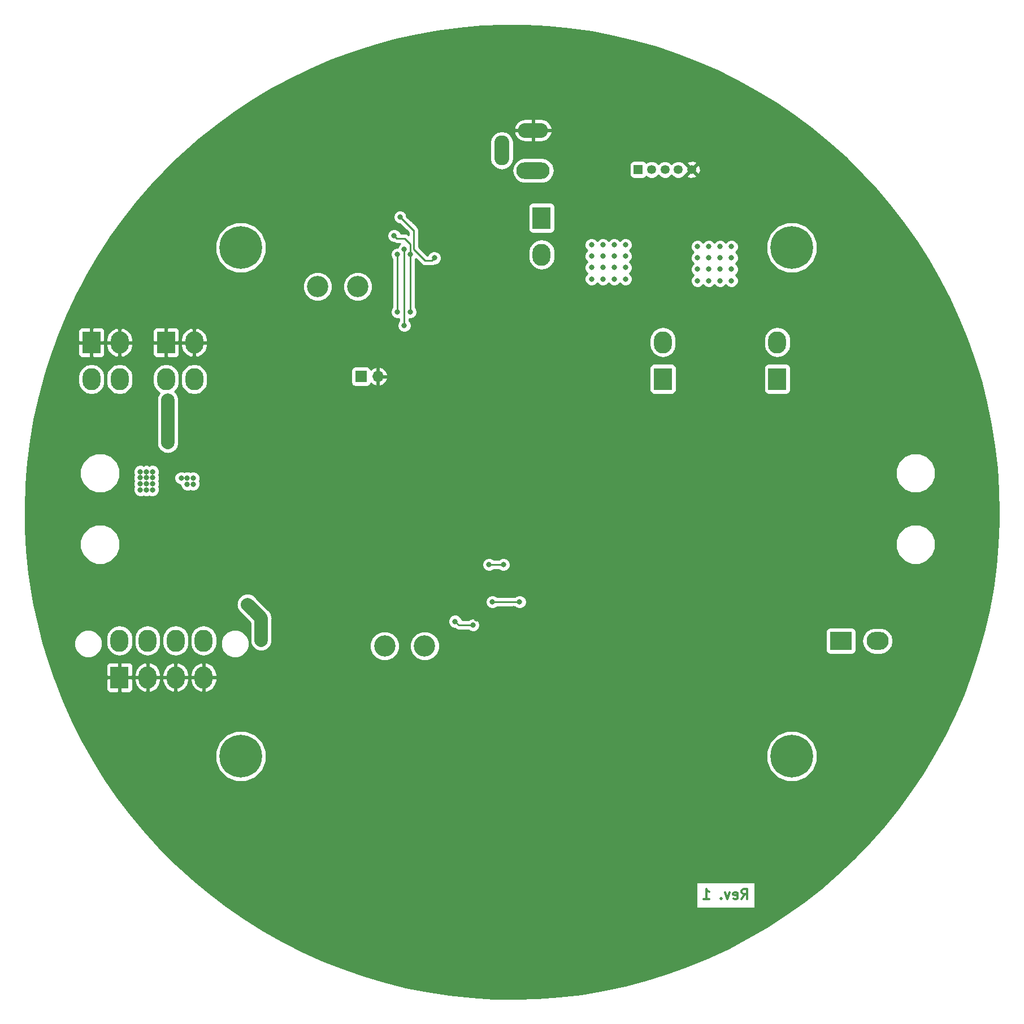
<source format=gbl>
G04 #@! TF.GenerationSoftware,KiCad,Pcbnew,(5.0.0)*
G04 #@! TF.CreationDate,2019-02-17T15:18:15-05:00*
G04 #@! TF.ProjectId,control board power,636F6E74726F6C20626F61726420706F,rev?*
G04 #@! TF.SameCoordinates,Original*
G04 #@! TF.FileFunction,Copper,L2,Bot,Signal*
G04 #@! TF.FilePolarity,Positive*
%FSLAX46Y46*%
G04 Gerber Fmt 4.6, Leading zero omitted, Abs format (unit mm)*
G04 Created by KiCad (PCBNEW (5.0.0)) date 02/17/19 15:18:15*
%MOMM*%
%LPD*%
G01*
G04 APERTURE LIST*
G04 #@! TA.AperFunction,NonConductor*
%ADD10C,0.300000*%
G04 #@! TD*
G04 #@! TA.AperFunction,ComponentPad*
%ADD11C,1.350000*%
G04 #@! TD*
G04 #@! TA.AperFunction,ComponentPad*
%ADD12R,1.350000X1.350000*%
G04 #@! TD*
G04 #@! TA.AperFunction,ComponentPad*
%ADD13C,6.400000*%
G04 #@! TD*
G04 #@! TA.AperFunction,ComponentPad*
%ADD14O,1.700000X1.700000*%
G04 #@! TD*
G04 #@! TA.AperFunction,ComponentPad*
%ADD15R,1.700000X1.700000*%
G04 #@! TD*
G04 #@! TA.AperFunction,ComponentPad*
%ADD16O,2.250000X4.500000*%
G04 #@! TD*
G04 #@! TA.AperFunction,ComponentPad*
%ADD17O,4.500000X2.250000*%
G04 #@! TD*
G04 #@! TA.AperFunction,ComponentPad*
%ADD18O,5.000000X2.500000*%
G04 #@! TD*
G04 #@! TA.AperFunction,ComponentPad*
%ADD19O,2.700000X3.300000*%
G04 #@! TD*
G04 #@! TA.AperFunction,ComponentPad*
%ADD20R,2.700000X3.300000*%
G04 #@! TD*
G04 #@! TA.AperFunction,ComponentPad*
%ADD21C,3.200000*%
G04 #@! TD*
G04 #@! TA.AperFunction,ComponentPad*
%ADD22C,1.524000*%
G04 #@! TD*
G04 #@! TA.AperFunction,ComponentPad*
%ADD23R,3.300000X2.700000*%
G04 #@! TD*
G04 #@! TA.AperFunction,ComponentPad*
%ADD24O,3.300000X2.700000*%
G04 #@! TD*
G04 #@! TA.AperFunction,ViaPad*
%ADD25C,2.000000*%
G04 #@! TD*
G04 #@! TA.AperFunction,ViaPad*
%ADD26C,0.800000*%
G04 #@! TD*
G04 #@! TA.AperFunction,ViaPad*
%ADD27C,1.200000*%
G04 #@! TD*
G04 #@! TA.AperFunction,ViaPad*
%ADD28C,1.600000*%
G04 #@! TD*
G04 #@! TA.AperFunction,Conductor*
%ADD29C,0.250000*%
G04 #@! TD*
G04 #@! TA.AperFunction,Conductor*
%ADD30C,2.000000*%
G04 #@! TD*
G04 #@! TA.AperFunction,Conductor*
%ADD31C,0.254000*%
G04 #@! TD*
G04 APERTURE END LIST*
D10*
X135996857Y-160317571D02*
X136496857Y-159603285D01*
X136854000Y-160317571D02*
X136854000Y-158817571D01*
X136282571Y-158817571D01*
X136139714Y-158889000D01*
X136068285Y-158960428D01*
X135996857Y-159103285D01*
X135996857Y-159317571D01*
X136068285Y-159460428D01*
X136139714Y-159531857D01*
X136282571Y-159603285D01*
X136854000Y-159603285D01*
X134782571Y-160246142D02*
X134925428Y-160317571D01*
X135211142Y-160317571D01*
X135354000Y-160246142D01*
X135425428Y-160103285D01*
X135425428Y-159531857D01*
X135354000Y-159389000D01*
X135211142Y-159317571D01*
X134925428Y-159317571D01*
X134782571Y-159389000D01*
X134711142Y-159531857D01*
X134711142Y-159674714D01*
X135425428Y-159817571D01*
X134211142Y-159317571D02*
X133854000Y-160317571D01*
X133496857Y-159317571D01*
X132925428Y-160174714D02*
X132854000Y-160246142D01*
X132925428Y-160317571D01*
X132996857Y-160246142D01*
X132925428Y-160174714D01*
X132925428Y-160317571D01*
X130282571Y-160317571D02*
X131139714Y-160317571D01*
X130711142Y-160317571D02*
X130711142Y-158817571D01*
X130854000Y-159031857D01*
X130996857Y-159174714D01*
X131139714Y-159246142D01*
D11*
G04 #@! TO.P,J5,5*
G04 #@! TO.N,GND*
X128523000Y-51054000D03*
G04 #@! TO.P,J5,4*
G04 #@! TO.N,Net-(J5-Pad4)*
X126523000Y-51054000D03*
G04 #@! TO.P,J5,3*
G04 #@! TO.N,Net-(J5-Pad3)*
X124523000Y-51054000D03*
G04 #@! TO.P,J5,2*
G04 #@! TO.N,/SWITCH_B*
X122523000Y-51054000D03*
D12*
G04 #@! TO.P,J5,1*
G04 #@! TO.N,/SWITCH_A*
X120523000Y-51054000D03*
G04 #@! TD*
D13*
G04 #@! TO.P,REF\002A\002A,1*
G04 #@! TO.N,N/C*
X143510000Y-62738000D03*
G04 #@! TD*
G04 #@! TO.P,REF\002A\002A,1*
G04 #@! TO.N,N/C*
X60960000Y-62738000D03*
G04 #@! TD*
G04 #@! TO.P,REF\002A\002A,1*
G04 #@! TO.N,N/C*
X143510000Y-138938000D03*
G04 #@! TD*
G04 #@! TO.P,REF\002A\002A,1*
G04 #@! TO.N,N/C*
X60960000Y-138938000D03*
G04 #@! TD*
D14*
G04 #@! TO.P,J2,2*
G04 #@! TO.N,GND*
X81534000Y-82042000D03*
D15*
G04 #@! TO.P,J2,1*
G04 #@! TO.N,+5V*
X78994000Y-82042000D03*
G04 #@! TD*
D16*
G04 #@! TO.P,J3,3*
G04 #@! TO.N,N/C*
X100075000Y-48181000D03*
D17*
G04 #@! TO.P,J3,2*
G04 #@! TO.N,GND*
X104775000Y-45181000D03*
D18*
G04 #@! TO.P,J3,1*
G04 #@! TO.N,+48V*
X104775000Y-51181000D03*
G04 #@! TD*
D19*
G04 #@! TO.P,J6,8*
G04 #@! TO.N,+48V*
X55399000Y-121627000D03*
G04 #@! TO.P,J6,7*
G04 #@! TO.N,+24V*
X51199000Y-121627000D03*
G04 #@! TO.P,J6,6*
G04 #@! TO.N,+5V*
X46999000Y-121627000D03*
G04 #@! TO.P,J6,5*
G04 #@! TO.N,+3V3*
X42799000Y-121627000D03*
G04 #@! TO.P,J6,4*
G04 #@! TO.N,GND*
X55399000Y-127127000D03*
G04 #@! TO.P,J6,3*
X51199000Y-127127000D03*
G04 #@! TO.P,J6,2*
X46999000Y-127127000D03*
D20*
G04 #@! TO.P,J6,1*
X42799000Y-127127000D03*
G04 #@! TD*
D21*
G04 #@! TO.P,L1,2*
G04 #@! TO.N,+5V*
X72486000Y-68580000D03*
G04 #@! TO.P,L1,1*
G04 #@! TO.N,Net-(C6-Pad2)*
X78486000Y-68580000D03*
G04 #@! TD*
G04 #@! TO.P,L2,2*
G04 #@! TO.N,+5V*
X82519000Y-122428000D03*
G04 #@! TO.P,L2,1*
G04 #@! TO.N,Net-(C8-Pad2)*
X88519000Y-122428000D03*
G04 #@! TD*
D22*
G04 #@! TO.P,U2,37*
G04 #@! TO.N,GND*
X90932000Y-60579000D03*
G04 #@! TD*
G04 #@! TO.P,U3,37*
G04 #@! TO.N,GND*
X99822000Y-121666000D03*
G04 #@! TD*
D19*
G04 #@! TO.P,J10,2*
G04 #@! TO.N,+48V*
X106045000Y-63793000D03*
D20*
G04 #@! TO.P,J10,1*
X106045000Y-58293000D03*
G04 #@! TD*
D19*
G04 #@! TO.P,J4,2*
G04 #@! TO.N,Net-(D9-Pad2)*
X124206000Y-76923000D03*
D20*
G04 #@! TO.P,J4,1*
G04 #@! TO.N,/SWITCH_A_HIGH*
X124206000Y-82423000D03*
G04 #@! TD*
D19*
G04 #@! TO.P,J17,2*
G04 #@! TO.N,Net-(D10-Pad2)*
X141351000Y-76923000D03*
D20*
G04 #@! TO.P,J17,1*
G04 #@! TO.N,/SWITCH_B_HIGH*
X141351000Y-82423000D03*
G04 #@! TD*
D23*
G04 #@! TO.P,J1,1*
G04 #@! TO.N,+24V*
X150876000Y-121666000D03*
D24*
G04 #@! TO.P,J1,2*
X156376000Y-121666000D03*
G04 #@! TD*
D19*
G04 #@! TO.P,J9,4*
G04 #@! TO.N,+5V*
X42808000Y-82462000D03*
G04 #@! TO.P,J9,3*
G04 #@! TO.N,+3V3*
X38608000Y-82462000D03*
G04 #@! TO.P,J9,2*
G04 #@! TO.N,GND*
X42808000Y-76962000D03*
D20*
G04 #@! TO.P,J9,1*
X38608000Y-76962000D03*
G04 #@! TD*
G04 #@! TO.P,J11,1*
G04 #@! TO.N,GND*
X49784000Y-76962000D03*
D19*
G04 #@! TO.P,J11,2*
X53984000Y-76962000D03*
G04 #@! TO.P,J11,3*
G04 #@! TO.N,+3V3*
X49784000Y-82462000D03*
G04 #@! TO.P,J11,4*
G04 #@! TO.N,+5V*
X53984000Y-82462000D03*
G04 #@! TD*
D25*
G04 #@! TO.N,GND*
X102235000Y-141986000D03*
X98806000Y-141986000D03*
X98806000Y-139446000D03*
X102235000Y-139446000D03*
X88773000Y-108839000D03*
X86233000Y-106553000D03*
X88773000Y-106553000D03*
X86233000Y-109982000D03*
X88773000Y-111125000D03*
X88773000Y-113411000D03*
X86233000Y-113411000D03*
D26*
X100838000Y-123142000D03*
X100838000Y-120142000D03*
X98806000Y-121142000D03*
X98806000Y-122142000D03*
X99822000Y-120142000D03*
X98806000Y-123142000D03*
X99822000Y-123142000D03*
X100838000Y-122174000D03*
X100838000Y-121158000D03*
X98806000Y-120142000D03*
X89408000Y-61595000D03*
X53075000Y-99557000D03*
X53975000Y-100457000D03*
X53975000Y-99557000D03*
X53075000Y-100457000D03*
X96012000Y-58547000D03*
X101778147Y-126440853D03*
X102743000Y-125730000D03*
X89408000Y-60579000D03*
X89408000Y-59563000D03*
X90408000Y-61595000D03*
X90424000Y-59563000D03*
X91408000Y-61595000D03*
X91440000Y-59563000D03*
X92408000Y-61595000D03*
X92408000Y-60579000D03*
X92408000Y-59563000D03*
X52175000Y-100457000D03*
X52175000Y-99557000D03*
X86106000Y-58039000D03*
X104140000Y-121158000D03*
X101854000Y-116840000D03*
X96266000Y-118364000D03*
D25*
X131445000Y-58928000D03*
X96012000Y-69850000D03*
X96012000Y-72136000D03*
X96012000Y-74422000D03*
X60579000Y-69850000D03*
X60579000Y-72136000D03*
X60579000Y-74422000D03*
X60579000Y-76708000D03*
X60579000Y-78994000D03*
X123698000Y-87884000D03*
X139573000Y-88519000D03*
D26*
X91567000Y-56642000D03*
X56388000Y-100457000D03*
X52197000Y-103886000D03*
D25*
X115697000Y-58547000D03*
D26*
X121666000Y-55880000D03*
X112395000Y-55880000D03*
X102743000Y-110580000D03*
D27*
X92329000Y-127762000D03*
D26*
X67183000Y-147574000D03*
X67183000Y-150622000D03*
X67183000Y-153670000D03*
X67183000Y-156718000D03*
X74295000Y-59182000D03*
X81407000Y-57912000D03*
X81788000Y-56769000D03*
X85090000Y-54864000D03*
X93345000Y-54737000D03*
D28*
X99060000Y-66675000D03*
D26*
X115824000Y-37592000D03*
X121539000Y-37592000D03*
G04 #@! TO.N,+3V3*
X53848000Y-98171000D03*
X47730000Y-99016000D03*
X46830000Y-99016000D03*
X45930000Y-99016000D03*
X47730000Y-98116000D03*
X46830000Y-98116000D03*
X45930000Y-98116000D03*
X47730000Y-96316000D03*
X46830000Y-96316000D03*
X45930000Y-96316000D03*
X52948000Y-98171000D03*
X53848000Y-97271000D03*
X52948000Y-97271000D03*
X52048000Y-97271000D03*
D25*
X50038000Y-91948000D03*
X50038000Y-85598000D03*
D26*
X45930000Y-97205000D03*
X46830000Y-97205000D03*
X47730000Y-97205000D03*
G04 #@! TO.N,+5V*
X102743000Y-115824000D03*
X98679000Y-115824000D03*
X95771998Y-119292479D03*
X93091000Y-118745000D03*
D25*
G04 #@! TO.N,+24V*
X61976000Y-116205000D03*
X64008000Y-121539000D03*
D26*
G04 #@! TO.N,Net-(C5-Pad1)*
X89983182Y-64290182D03*
X84836000Y-58166000D03*
G04 #@! TO.N,Net-(C7-Pad1)*
X98171000Y-110236000D03*
X100325347Y-110240653D03*
G04 #@! TO.N,Net-(C10-Pad2)*
X86360000Y-63754000D03*
X86360000Y-72390000D03*
X83947000Y-60960000D03*
G04 #@! TO.N,Net-(U2-Pad15)*
X85471000Y-62992000D03*
X85471000Y-74422000D03*
G04 #@! TO.N,Net-(U2-Pad12)*
X84455000Y-63754000D03*
X84455000Y-72390000D03*
G04 #@! TO.N,Net-(D9-Pad2)*
X115218000Y-67437000D03*
X113518000Y-67437000D03*
X113518000Y-64037000D03*
X116918000Y-62337000D03*
X115218000Y-62337000D03*
X113518000Y-62337000D03*
X113518000Y-65737000D03*
X116918000Y-65737000D03*
X115218000Y-65737000D03*
X118618000Y-64037000D03*
X116918000Y-64037000D03*
X115218000Y-64037000D03*
X116918000Y-67437000D03*
X118618000Y-65737000D03*
X118618000Y-62337000D03*
X118618000Y-67437000D03*
G04 #@! TO.N,Net-(D10-Pad2)*
X131093000Y-67691000D03*
X129393000Y-67691000D03*
X129393000Y-64291000D03*
X132793000Y-62591000D03*
X131093000Y-62591000D03*
X129393000Y-62591000D03*
X129393000Y-65991000D03*
X132793000Y-65991000D03*
X131093000Y-65991000D03*
X134493000Y-64291000D03*
X132793000Y-64291000D03*
X131093000Y-64291000D03*
X132793000Y-67691000D03*
X134493000Y-65991000D03*
X134493000Y-62591000D03*
X134493000Y-67691000D03*
G04 #@! TD*
D29*
G04 #@! TO.N,GND*
X101778147Y-126440853D02*
X101829294Y-126492000D01*
X104775000Y-45181000D02*
X104775000Y-43806000D01*
D30*
G04 #@! TO.N,+3V3*
X50038000Y-91948000D02*
X50038000Y-85598000D01*
D29*
G04 #@! TO.N,+5V*
X102743000Y-115824000D02*
X98679000Y-115824000D01*
X95771998Y-119292479D02*
X93638479Y-119292479D01*
X93638479Y-119292479D02*
X93599000Y-119253000D01*
X93091000Y-118745000D02*
X93490999Y-119144999D01*
X93490999Y-119144999D02*
X93599000Y-119253000D01*
D30*
G04 #@! TO.N,+24V*
X61976000Y-116205000D02*
X62975999Y-117204999D01*
X62975999Y-117204999D02*
X64008000Y-118237000D01*
X64008000Y-118237000D02*
X64008000Y-121539000D01*
D29*
G04 #@! TO.N,Net-(C5-Pad1)*
X89583183Y-64690181D02*
X88566181Y-64690181D01*
X89983182Y-64290182D02*
X89583183Y-64690181D01*
X88566181Y-64690181D02*
X86868000Y-62992000D01*
X86868000Y-60139588D02*
X86810009Y-60081597D01*
X86868000Y-62992000D02*
X86868000Y-60139588D01*
X86810009Y-60081597D02*
X86135206Y-59406794D01*
X86135206Y-59406794D02*
X86076794Y-59406794D01*
X86076794Y-59406794D02*
X84836000Y-58166000D01*
G04 #@! TO.N,Net-(C7-Pad1)*
X98171000Y-110236000D02*
X100320694Y-110236000D01*
X100320694Y-110236000D02*
X100325347Y-110240653D01*
G04 #@! TO.N,Net-(C10-Pad2)*
X86360000Y-63754000D02*
X86360000Y-72390000D01*
X84346999Y-61359999D02*
X85489999Y-61359999D01*
X83947000Y-60960000D02*
X84346999Y-61359999D01*
X85489999Y-61359999D02*
X86360000Y-62230000D01*
X86360000Y-62230000D02*
X86360000Y-63627000D01*
G04 #@! TO.N,Net-(U2-Pad15)*
X85471000Y-62992000D02*
X85471000Y-63557685D01*
X85471000Y-63557685D02*
X85471000Y-72136000D01*
X85471000Y-72136000D02*
X85471000Y-74422000D01*
G04 #@! TO.N,Net-(U2-Pad12)*
X84455000Y-63754000D02*
X84455000Y-64319685D01*
X84455000Y-64319685D02*
X84455000Y-72009000D01*
X84455000Y-72009000D02*
X84455000Y-72390000D01*
G04 #@! TD*
D31*
G04 #@! TO.N,GND*
G36*
X103636186Y-29465432D02*
X106940896Y-29632842D01*
X110234609Y-29949990D01*
X113510546Y-30416225D01*
X116761960Y-31030586D01*
X119982158Y-31791809D01*
X123164510Y-32698325D01*
X126302463Y-33748270D01*
X129389557Y-34939480D01*
X132419437Y-36269505D01*
X135385863Y-37735604D01*
X138282730Y-39334760D01*
X141104071Y-41063680D01*
X143844079Y-42918805D01*
X146497113Y-44896316D01*
X149057710Y-46992140D01*
X151520598Y-49201963D01*
X153880706Y-51521235D01*
X156133176Y-53945181D01*
X158273369Y-56468810D01*
X160296880Y-59086928D01*
X162199542Y-61794142D01*
X163977439Y-64584880D01*
X165626908Y-67453396D01*
X167144556Y-70393784D01*
X168527256Y-73399990D01*
X169772162Y-76465825D01*
X170876712Y-79584976D01*
X171838630Y-82751022D01*
X172655937Y-85957444D01*
X173326950Y-89197641D01*
X173850286Y-92464942D01*
X174224870Y-95752619D01*
X174449929Y-99053904D01*
X174525000Y-102362000D01*
X174509006Y-103889226D01*
X174364672Y-107195024D01*
X174070526Y-110490872D01*
X173627172Y-113769983D01*
X173035525Y-117025607D01*
X172296802Y-120251041D01*
X171412524Y-123439644D01*
X170384512Y-126584851D01*
X169214883Y-129680186D01*
X167906043Y-132719277D01*
X166460689Y-135695866D01*
X164881796Y-138603826D01*
X163172614Y-141437169D01*
X161336663Y-144190062D01*
X159377722Y-146856836D01*
X157299825Y-149432002D01*
X155107250Y-151910257D01*
X152804511Y-154286499D01*
X150396349Y-156555836D01*
X147887723Y-158713596D01*
X145283796Y-160755335D01*
X142589930Y-162676851D01*
X139811672Y-164474187D01*
X136954742Y-166143642D01*
X134025020Y-167681780D01*
X131028541Y-169085434D01*
X127971472Y-170351713D01*
X124860108Y-171478011D01*
X121700854Y-172462009D01*
X118500216Y-173301681D01*
X115264782Y-173995298D01*
X112001215Y-174541432D01*
X108716233Y-174938958D01*
X105416600Y-175187059D01*
X102109108Y-175285223D01*
X98800569Y-175233248D01*
X95497793Y-175031242D01*
X92207581Y-174679620D01*
X88936707Y-174179105D01*
X85691904Y-173530730D01*
X82479854Y-172735828D01*
X79307170Y-171796036D01*
X76180383Y-170713289D01*
X73105932Y-169489816D01*
X70090147Y-168128137D01*
X67139235Y-166631054D01*
X64259274Y-165001650D01*
X61456192Y-163243280D01*
X58735760Y-161359564D01*
X56103580Y-159354380D01*
X54303166Y-157849000D01*
X129211857Y-157849000D01*
X129211857Y-161669000D01*
X137996143Y-161669000D01*
X137996143Y-157849000D01*
X129211857Y-157849000D01*
X54303166Y-157849000D01*
X53565071Y-157231857D01*
X51125459Y-154996365D01*
X48789767Y-152652505D01*
X46562804Y-150205105D01*
X44449155Y-147659202D01*
X42453171Y-145020038D01*
X40578962Y-142293048D01*
X38830388Y-139483845D01*
X38095995Y-138175171D01*
X57125000Y-138175171D01*
X57125000Y-139700829D01*
X57708844Y-141110353D01*
X58787647Y-142189156D01*
X60197171Y-142773000D01*
X61722829Y-142773000D01*
X63132353Y-142189156D01*
X64211156Y-141110353D01*
X64795000Y-139700829D01*
X64795000Y-138175171D01*
X139675000Y-138175171D01*
X139675000Y-139700829D01*
X140258844Y-141110353D01*
X141337647Y-142189156D01*
X142747171Y-142773000D01*
X144272829Y-142773000D01*
X145682353Y-142189156D01*
X146761156Y-141110353D01*
X147345000Y-139700829D01*
X147345000Y-138175171D01*
X146761156Y-136765647D01*
X145682353Y-135686844D01*
X144272829Y-135103000D01*
X142747171Y-135103000D01*
X141337647Y-135686844D01*
X140258844Y-136765647D01*
X139675000Y-138175171D01*
X64795000Y-138175171D01*
X64211156Y-136765647D01*
X63132353Y-135686844D01*
X61722829Y-135103000D01*
X60197171Y-135103000D01*
X58787647Y-135686844D01*
X57708844Y-136765647D01*
X57125000Y-138175171D01*
X38095995Y-138175171D01*
X37211047Y-136598214D01*
X35724274Y-133642095D01*
X34373130Y-130621574D01*
X33160396Y-127542871D01*
X33115846Y-127412750D01*
X40814000Y-127412750D01*
X40814000Y-128903310D01*
X40910673Y-129136699D01*
X41089302Y-129315327D01*
X41322691Y-129412000D01*
X42513250Y-129412000D01*
X42672000Y-129253250D01*
X42672000Y-127254000D01*
X42926000Y-127254000D01*
X42926000Y-129253250D01*
X43084750Y-129412000D01*
X44275309Y-129412000D01*
X44508698Y-129315327D01*
X44687327Y-129136699D01*
X44784000Y-128903310D01*
X44784000Y-127412750D01*
X44625250Y-127254000D01*
X45014000Y-127254000D01*
X45014000Y-127554000D01*
X45213700Y-128303959D01*
X45685196Y-128920409D01*
X46356706Y-129309501D01*
X46563677Y-129363677D01*
X46872000Y-129248829D01*
X46872000Y-127254000D01*
X47126000Y-127254000D01*
X47126000Y-129248829D01*
X47434323Y-129363677D01*
X47641294Y-129309501D01*
X48312804Y-128920409D01*
X48784300Y-128303959D01*
X48984000Y-127554000D01*
X48984000Y-127254000D01*
X49214000Y-127254000D01*
X49214000Y-127554000D01*
X49413700Y-128303959D01*
X49885196Y-128920409D01*
X50556706Y-129309501D01*
X50763677Y-129363677D01*
X51072000Y-129248829D01*
X51072000Y-127254000D01*
X51326000Y-127254000D01*
X51326000Y-129248829D01*
X51634323Y-129363677D01*
X51841294Y-129309501D01*
X52512804Y-128920409D01*
X52984300Y-128303959D01*
X53184000Y-127554000D01*
X53184000Y-127254000D01*
X53414000Y-127254000D01*
X53414000Y-127554000D01*
X53613700Y-128303959D01*
X54085196Y-128920409D01*
X54756706Y-129309501D01*
X54963677Y-129363677D01*
X55272000Y-129248829D01*
X55272000Y-127254000D01*
X55526000Y-127254000D01*
X55526000Y-129248829D01*
X55834323Y-129363677D01*
X56041294Y-129309501D01*
X56712804Y-128920409D01*
X57184300Y-128303959D01*
X57384000Y-127554000D01*
X57384000Y-127254000D01*
X55526000Y-127254000D01*
X55272000Y-127254000D01*
X53414000Y-127254000D01*
X53184000Y-127254000D01*
X51326000Y-127254000D01*
X51072000Y-127254000D01*
X49214000Y-127254000D01*
X48984000Y-127254000D01*
X47126000Y-127254000D01*
X46872000Y-127254000D01*
X45014000Y-127254000D01*
X44625250Y-127254000D01*
X42926000Y-127254000D01*
X42672000Y-127254000D01*
X40972750Y-127254000D01*
X40814000Y-127412750D01*
X33115846Y-127412750D01*
X32409846Y-125350690D01*
X40814000Y-125350690D01*
X40814000Y-126841250D01*
X40972750Y-127000000D01*
X42672000Y-127000000D01*
X42672000Y-125000750D01*
X42926000Y-125000750D01*
X42926000Y-127000000D01*
X44625250Y-127000000D01*
X44784000Y-126841250D01*
X44784000Y-126700000D01*
X45014000Y-126700000D01*
X45014000Y-127000000D01*
X46872000Y-127000000D01*
X46872000Y-125005171D01*
X47126000Y-125005171D01*
X47126000Y-127000000D01*
X48984000Y-127000000D01*
X48984000Y-126700000D01*
X49214000Y-126700000D01*
X49214000Y-127000000D01*
X51072000Y-127000000D01*
X51072000Y-125005171D01*
X51326000Y-125005171D01*
X51326000Y-127000000D01*
X53184000Y-127000000D01*
X53184000Y-126700000D01*
X53414000Y-126700000D01*
X53414000Y-127000000D01*
X55272000Y-127000000D01*
X55272000Y-125005171D01*
X55526000Y-125005171D01*
X55526000Y-127000000D01*
X57384000Y-127000000D01*
X57384000Y-126700000D01*
X57184300Y-125950041D01*
X56712804Y-125333591D01*
X56041294Y-124944499D01*
X55834323Y-124890323D01*
X55526000Y-125005171D01*
X55272000Y-125005171D01*
X54963677Y-124890323D01*
X54756706Y-124944499D01*
X54085196Y-125333591D01*
X53613700Y-125950041D01*
X53414000Y-126700000D01*
X53184000Y-126700000D01*
X52984300Y-125950041D01*
X52512804Y-125333591D01*
X51841294Y-124944499D01*
X51634323Y-124890323D01*
X51326000Y-125005171D01*
X51072000Y-125005171D01*
X50763677Y-124890323D01*
X50556706Y-124944499D01*
X49885196Y-125333591D01*
X49413700Y-125950041D01*
X49214000Y-126700000D01*
X48984000Y-126700000D01*
X48784300Y-125950041D01*
X48312804Y-125333591D01*
X47641294Y-124944499D01*
X47434323Y-124890323D01*
X47126000Y-125005171D01*
X46872000Y-125005171D01*
X46563677Y-124890323D01*
X46356706Y-124944499D01*
X45685196Y-125333591D01*
X45213700Y-125950041D01*
X45014000Y-126700000D01*
X44784000Y-126700000D01*
X44784000Y-125350690D01*
X44687327Y-125117301D01*
X44508698Y-124938673D01*
X44275309Y-124842000D01*
X43084750Y-124842000D01*
X42926000Y-125000750D01*
X42672000Y-125000750D01*
X42513250Y-124842000D01*
X41322691Y-124842000D01*
X41089302Y-124938673D01*
X40910673Y-125117301D01*
X40814000Y-125350690D01*
X32409846Y-125350690D01*
X32088571Y-124412324D01*
X31284414Y-121662322D01*
X35964000Y-121662322D01*
X35964000Y-122511678D01*
X36289034Y-123296380D01*
X36889620Y-123896966D01*
X37674322Y-124222000D01*
X38523678Y-124222000D01*
X39308380Y-123896966D01*
X39908966Y-123296380D01*
X40234000Y-122511678D01*
X40234000Y-121662322D01*
X40014126Y-121131498D01*
X40814000Y-121131498D01*
X40814000Y-122122503D01*
X40929171Y-122701508D01*
X41367896Y-123358105D01*
X42024493Y-123796829D01*
X42799000Y-123950888D01*
X43573508Y-123796829D01*
X44230105Y-123358105D01*
X44668829Y-122701508D01*
X44784000Y-122122502D01*
X44784000Y-121131498D01*
X45014000Y-121131498D01*
X45014000Y-122122503D01*
X45129171Y-122701508D01*
X45567896Y-123358105D01*
X46224493Y-123796829D01*
X46999000Y-123950888D01*
X47773508Y-123796829D01*
X48430105Y-123358105D01*
X48868829Y-122701508D01*
X48984000Y-122122502D01*
X48984000Y-121131498D01*
X49214000Y-121131498D01*
X49214000Y-122122503D01*
X49329171Y-122701508D01*
X49767896Y-123358105D01*
X50424493Y-123796829D01*
X51199000Y-123950888D01*
X51973508Y-123796829D01*
X52630105Y-123358105D01*
X53068829Y-122701508D01*
X53184000Y-122122502D01*
X53184000Y-121131498D01*
X53414000Y-121131498D01*
X53414000Y-122122503D01*
X53529171Y-122701508D01*
X53967896Y-123358105D01*
X54624493Y-123796829D01*
X55399000Y-123950888D01*
X56173508Y-123796829D01*
X56830105Y-123358105D01*
X57268829Y-122701508D01*
X57384000Y-122122502D01*
X57384000Y-121662322D01*
X57964000Y-121662322D01*
X57964000Y-122511678D01*
X58289034Y-123296380D01*
X58889620Y-123896966D01*
X59674322Y-124222000D01*
X60523678Y-124222000D01*
X61308380Y-123896966D01*
X61908966Y-123296380D01*
X62234000Y-122511678D01*
X62234000Y-121662322D01*
X61908966Y-120877620D01*
X61308380Y-120277034D01*
X60523678Y-119952000D01*
X59674322Y-119952000D01*
X58889620Y-120277034D01*
X58289034Y-120877620D01*
X57964000Y-121662322D01*
X57384000Y-121662322D01*
X57384000Y-121131497D01*
X57268829Y-120552492D01*
X56830105Y-119895895D01*
X56173507Y-119457171D01*
X55399000Y-119303112D01*
X54624492Y-119457171D01*
X53967895Y-119895895D01*
X53529171Y-120552493D01*
X53414000Y-121131498D01*
X53184000Y-121131498D01*
X53184000Y-121131497D01*
X53068829Y-120552492D01*
X52630105Y-119895895D01*
X51973507Y-119457171D01*
X51199000Y-119303112D01*
X50424492Y-119457171D01*
X49767895Y-119895895D01*
X49329171Y-120552493D01*
X49214000Y-121131498D01*
X48984000Y-121131498D01*
X48984000Y-121131497D01*
X48868829Y-120552492D01*
X48430105Y-119895895D01*
X47773507Y-119457171D01*
X46999000Y-119303112D01*
X46224492Y-119457171D01*
X45567895Y-119895895D01*
X45129171Y-120552493D01*
X45014000Y-121131498D01*
X44784000Y-121131498D01*
X44784000Y-121131497D01*
X44668829Y-120552492D01*
X44230105Y-119895895D01*
X43573507Y-119457171D01*
X42799000Y-119303112D01*
X42024492Y-119457171D01*
X41367895Y-119895895D01*
X40929171Y-120552493D01*
X40814000Y-121131498D01*
X40014126Y-121131498D01*
X39908966Y-120877620D01*
X39308380Y-120277034D01*
X38523678Y-119952000D01*
X37674322Y-119952000D01*
X36889620Y-120277034D01*
X36289034Y-120877620D01*
X35964000Y-121662322D01*
X31284414Y-121662322D01*
X31159859Y-121236379D01*
X30376174Y-118021574D01*
X30019777Y-116205000D01*
X60308969Y-116205000D01*
X60341000Y-116366030D01*
X60341000Y-116530222D01*
X60403834Y-116681918D01*
X60435865Y-116842945D01*
X60527079Y-116979457D01*
X60589914Y-117131153D01*
X61049847Y-117591086D01*
X61049849Y-117591087D01*
X62373000Y-118914238D01*
X62373001Y-121213776D01*
X62373000Y-121213778D01*
X62373000Y-121864222D01*
X62435835Y-122015919D01*
X62467865Y-122176945D01*
X62559079Y-122313457D01*
X62621914Y-122465153D01*
X62738017Y-122581256D01*
X62829232Y-122717769D01*
X62965745Y-122808984D01*
X63081847Y-122925086D01*
X63233542Y-122987920D01*
X63370056Y-123079136D01*
X63531085Y-123111167D01*
X63682778Y-123174000D01*
X63846969Y-123174000D01*
X64008000Y-123206031D01*
X64169031Y-123174000D01*
X64333222Y-123174000D01*
X64484914Y-123111167D01*
X64645945Y-123079136D01*
X64782461Y-122987919D01*
X64934153Y-122925086D01*
X65050253Y-122808986D01*
X65186769Y-122717769D01*
X65277986Y-122581253D01*
X65394086Y-122465153D01*
X65456919Y-122313461D01*
X65548136Y-122176945D01*
X65580167Y-122015914D01*
X65593621Y-121983431D01*
X80284000Y-121983431D01*
X80284000Y-122872569D01*
X80624259Y-123694026D01*
X81252974Y-124322741D01*
X82074431Y-124663000D01*
X82963569Y-124663000D01*
X83785026Y-124322741D01*
X84413741Y-123694026D01*
X84754000Y-122872569D01*
X84754000Y-121983431D01*
X86284000Y-121983431D01*
X86284000Y-122872569D01*
X86624259Y-123694026D01*
X87252974Y-124322741D01*
X88074431Y-124663000D01*
X88963569Y-124663000D01*
X89785026Y-124322741D01*
X90413741Y-123694026D01*
X90754000Y-122872569D01*
X90754000Y-121983431D01*
X90413741Y-121161974D01*
X89785026Y-120533259D01*
X88963569Y-120193000D01*
X88074431Y-120193000D01*
X87252974Y-120533259D01*
X86624259Y-121161974D01*
X86284000Y-121983431D01*
X84754000Y-121983431D01*
X84413741Y-121161974D01*
X83785026Y-120533259D01*
X82963569Y-120193000D01*
X82074431Y-120193000D01*
X81252974Y-120533259D01*
X80624259Y-121161974D01*
X80284000Y-121983431D01*
X65593621Y-121983431D01*
X65643000Y-121864222D01*
X65643000Y-118539126D01*
X92056000Y-118539126D01*
X92056000Y-118950874D01*
X92213569Y-119331280D01*
X92504720Y-119622431D01*
X92885126Y-119780000D01*
X93050187Y-119780000D01*
X93090550Y-119840408D01*
X93341942Y-120008383D01*
X93563627Y-120052479D01*
X93563631Y-120052479D01*
X93638479Y-120067367D01*
X93713327Y-120052479D01*
X95068287Y-120052479D01*
X95185718Y-120169910D01*
X95566124Y-120327479D01*
X95977872Y-120327479D01*
X96005584Y-120316000D01*
X148578560Y-120316000D01*
X148578560Y-123016000D01*
X148627843Y-123263765D01*
X148768191Y-123473809D01*
X148978235Y-123614157D01*
X149226000Y-123663440D01*
X152526000Y-123663440D01*
X152773765Y-123614157D01*
X152983809Y-123473809D01*
X153124157Y-123263765D01*
X153173440Y-123016000D01*
X153173440Y-121666000D01*
X154052112Y-121666000D01*
X154206171Y-122440508D01*
X154644895Y-123097105D01*
X155301492Y-123535829D01*
X155880497Y-123651000D01*
X156871503Y-123651000D01*
X157450508Y-123535829D01*
X158107105Y-123097105D01*
X158545829Y-122440508D01*
X158699888Y-121666000D01*
X158545829Y-120891492D01*
X158107105Y-120234895D01*
X157450508Y-119796171D01*
X156871503Y-119681000D01*
X155880497Y-119681000D01*
X155301492Y-119796171D01*
X154644895Y-120234895D01*
X154206171Y-120891492D01*
X154052112Y-121666000D01*
X153173440Y-121666000D01*
X153173440Y-120316000D01*
X153124157Y-120068235D01*
X152983809Y-119858191D01*
X152773765Y-119717843D01*
X152526000Y-119668560D01*
X149226000Y-119668560D01*
X148978235Y-119717843D01*
X148768191Y-119858191D01*
X148627843Y-120068235D01*
X148578560Y-120316000D01*
X96005584Y-120316000D01*
X96358278Y-120169910D01*
X96649429Y-119878759D01*
X96806998Y-119498353D01*
X96806998Y-119086605D01*
X96649429Y-118706199D01*
X96358278Y-118415048D01*
X95977872Y-118257479D01*
X95566124Y-118257479D01*
X95185718Y-118415048D01*
X95068287Y-118532479D01*
X94123247Y-118532479D01*
X93968431Y-118158720D01*
X93677280Y-117867569D01*
X93296874Y-117710000D01*
X92885126Y-117710000D01*
X92504720Y-117867569D01*
X92213569Y-118158720D01*
X92056000Y-118539126D01*
X65643000Y-118539126D01*
X65643000Y-118398030D01*
X65675031Y-118237000D01*
X65643000Y-118075969D01*
X65548136Y-117599055D01*
X65186769Y-117058231D01*
X65050250Y-116967012D01*
X63701364Y-115618126D01*
X97644000Y-115618126D01*
X97644000Y-116029874D01*
X97801569Y-116410280D01*
X98092720Y-116701431D01*
X98473126Y-116859000D01*
X98884874Y-116859000D01*
X99265280Y-116701431D01*
X99382711Y-116584000D01*
X102039289Y-116584000D01*
X102156720Y-116701431D01*
X102537126Y-116859000D01*
X102948874Y-116859000D01*
X103329280Y-116701431D01*
X103620431Y-116410280D01*
X103778000Y-116029874D01*
X103778000Y-115618126D01*
X103620431Y-115237720D01*
X103329280Y-114946569D01*
X102948874Y-114789000D01*
X102537126Y-114789000D01*
X102156720Y-114946569D01*
X102039289Y-115064000D01*
X99382711Y-115064000D01*
X99265280Y-114946569D01*
X98884874Y-114789000D01*
X98473126Y-114789000D01*
X98092720Y-114946569D01*
X97801569Y-115237720D01*
X97644000Y-115618126D01*
X63701364Y-115618126D01*
X63362087Y-115278849D01*
X63362086Y-115278847D01*
X62902153Y-114818914D01*
X62750457Y-114756079D01*
X62613945Y-114664865D01*
X62452918Y-114632834D01*
X62301222Y-114570000D01*
X62137030Y-114570000D01*
X61976000Y-114537969D01*
X61814970Y-114570000D01*
X61650778Y-114570000D01*
X61499082Y-114632834D01*
X61338055Y-114664865D01*
X61201544Y-114756079D01*
X61049847Y-114818914D01*
X60933743Y-114935018D01*
X60797232Y-115026232D01*
X60706018Y-115162743D01*
X60589914Y-115278847D01*
X60527079Y-115430544D01*
X60435865Y-115567055D01*
X60403834Y-115728082D01*
X60341000Y-115879778D01*
X60341000Y-116043970D01*
X60308969Y-116205000D01*
X30019777Y-116205000D01*
X29739129Y-114774528D01*
X29250035Y-111501926D01*
X28909900Y-108210507D01*
X28818178Y-106619746D01*
X36868100Y-106619746D01*
X36868100Y-107807054D01*
X37322463Y-108903984D01*
X38162016Y-109743537D01*
X39258946Y-110197900D01*
X40446254Y-110197900D01*
X40851296Y-110030126D01*
X97136000Y-110030126D01*
X97136000Y-110441874D01*
X97293569Y-110822280D01*
X97584720Y-111113431D01*
X97965126Y-111271000D01*
X98376874Y-111271000D01*
X98757280Y-111113431D01*
X98874711Y-110996000D01*
X99616983Y-110996000D01*
X99739067Y-111118084D01*
X100119473Y-111275653D01*
X100531221Y-111275653D01*
X100911627Y-111118084D01*
X101202778Y-110826933D01*
X101360347Y-110446527D01*
X101360347Y-110034779D01*
X101202778Y-109654373D01*
X100911627Y-109363222D01*
X100531221Y-109205653D01*
X100119473Y-109205653D01*
X99739067Y-109363222D01*
X99626289Y-109476000D01*
X98874711Y-109476000D01*
X98757280Y-109358569D01*
X98376874Y-109201000D01*
X97965126Y-109201000D01*
X97584720Y-109358569D01*
X97293569Y-109649720D01*
X97136000Y-110030126D01*
X40851296Y-110030126D01*
X41543184Y-109743537D01*
X42382737Y-108903984D01*
X42837100Y-107807054D01*
X42837100Y-106619746D01*
X159092900Y-106619746D01*
X159092900Y-107807054D01*
X159547263Y-108903984D01*
X160386816Y-109743537D01*
X161483746Y-110197900D01*
X162671054Y-110197900D01*
X163767984Y-109743537D01*
X164607537Y-108903984D01*
X165061900Y-107807054D01*
X165061900Y-106619746D01*
X164607537Y-105522816D01*
X163767984Y-104683263D01*
X162671054Y-104228900D01*
X161483746Y-104228900D01*
X160386816Y-104683263D01*
X159547263Y-105522816D01*
X159092900Y-106619746D01*
X42837100Y-106619746D01*
X42382737Y-105522816D01*
X41543184Y-104683263D01*
X40446254Y-104228900D01*
X39258946Y-104228900D01*
X38162016Y-104683263D01*
X37322463Y-105522816D01*
X36868100Y-106619746D01*
X28818178Y-106619746D01*
X28719424Y-104907046D01*
X28678999Y-101598345D01*
X28788707Y-98291217D01*
X28976825Y-95900946D01*
X36868100Y-95900946D01*
X36868100Y-97088254D01*
X37322463Y-98185184D01*
X38162016Y-99024737D01*
X39258946Y-99479100D01*
X40446254Y-99479100D01*
X41543184Y-99024737D01*
X42382737Y-98185184D01*
X42837100Y-97088254D01*
X42837100Y-96110126D01*
X44895000Y-96110126D01*
X44895000Y-96521874D01*
X44993842Y-96760500D01*
X44895000Y-96999126D01*
X44895000Y-97410874D01*
X44998398Y-97660500D01*
X44895000Y-97910126D01*
X44895000Y-98321874D01*
X44996120Y-98566000D01*
X44895000Y-98810126D01*
X44895000Y-99221874D01*
X45052569Y-99602280D01*
X45343720Y-99893431D01*
X45724126Y-100051000D01*
X46135874Y-100051000D01*
X46380000Y-99949880D01*
X46624126Y-100051000D01*
X47035874Y-100051000D01*
X47280000Y-99949880D01*
X47524126Y-100051000D01*
X47935874Y-100051000D01*
X48316280Y-99893431D01*
X48607431Y-99602280D01*
X48765000Y-99221874D01*
X48765000Y-98810126D01*
X48663880Y-98566000D01*
X48765000Y-98321874D01*
X48765000Y-97910126D01*
X48661602Y-97660500D01*
X48765000Y-97410874D01*
X48765000Y-97065126D01*
X51013000Y-97065126D01*
X51013000Y-97476874D01*
X51170569Y-97857280D01*
X51461720Y-98148431D01*
X51842126Y-98306000D01*
X51913000Y-98306000D01*
X51913000Y-98376874D01*
X52070569Y-98757280D01*
X52361720Y-99048431D01*
X52742126Y-99206000D01*
X53153874Y-99206000D01*
X53398000Y-99104880D01*
X53642126Y-99206000D01*
X54053874Y-99206000D01*
X54434280Y-99048431D01*
X54725431Y-98757280D01*
X54883000Y-98376874D01*
X54883000Y-97965126D01*
X54781880Y-97721000D01*
X54883000Y-97476874D01*
X54883000Y-97065126D01*
X54725431Y-96684720D01*
X54434280Y-96393569D01*
X54053874Y-96236000D01*
X53642126Y-96236000D01*
X53398000Y-96337120D01*
X53153874Y-96236000D01*
X52742126Y-96236000D01*
X52498000Y-96337120D01*
X52253874Y-96236000D01*
X51842126Y-96236000D01*
X51461720Y-96393569D01*
X51170569Y-96684720D01*
X51013000Y-97065126D01*
X48765000Y-97065126D01*
X48765000Y-96999126D01*
X48666158Y-96760500D01*
X48765000Y-96521874D01*
X48765000Y-96110126D01*
X48678355Y-95900946D01*
X159092900Y-95900946D01*
X159092900Y-97088254D01*
X159547263Y-98185184D01*
X160386816Y-99024737D01*
X161483746Y-99479100D01*
X162671054Y-99479100D01*
X163767984Y-99024737D01*
X164607537Y-98185184D01*
X165061900Y-97088254D01*
X165061900Y-95900946D01*
X164607537Y-94804016D01*
X163767984Y-93964463D01*
X162671054Y-93510100D01*
X161483746Y-93510100D01*
X160386816Y-93964463D01*
X159547263Y-94804016D01*
X159092900Y-95900946D01*
X48678355Y-95900946D01*
X48607431Y-95729720D01*
X48316280Y-95438569D01*
X47935874Y-95281000D01*
X47524126Y-95281000D01*
X47280000Y-95382120D01*
X47035874Y-95281000D01*
X46624126Y-95281000D01*
X46380000Y-95382120D01*
X46135874Y-95281000D01*
X45724126Y-95281000D01*
X45343720Y-95438569D01*
X45052569Y-95729720D01*
X44895000Y-96110126D01*
X42837100Y-96110126D01*
X42837100Y-95900946D01*
X42382737Y-94804016D01*
X41543184Y-93964463D01*
X40446254Y-93510100D01*
X39258946Y-93510100D01*
X38162016Y-93964463D01*
X37322463Y-94804016D01*
X36868100Y-95900946D01*
X28976825Y-95900946D01*
X29048324Y-94992470D01*
X29457315Y-91708895D01*
X30014838Y-88447254D01*
X30719744Y-85214261D01*
X31570583Y-82016574D01*
X31586371Y-81966498D01*
X36623000Y-81966498D01*
X36623000Y-82957503D01*
X36738171Y-83536508D01*
X37176896Y-84193105D01*
X37833493Y-84631829D01*
X38608000Y-84785888D01*
X39382508Y-84631829D01*
X40039105Y-84193105D01*
X40477829Y-83536508D01*
X40593000Y-82957502D01*
X40593000Y-81966498D01*
X40823000Y-81966498D01*
X40823000Y-82957503D01*
X40938171Y-83536508D01*
X41376896Y-84193105D01*
X42033493Y-84631829D01*
X42808000Y-84785888D01*
X43582508Y-84631829D01*
X44239105Y-84193105D01*
X44677829Y-83536508D01*
X44793000Y-82957502D01*
X44793000Y-81966498D01*
X47799000Y-81966498D01*
X47799000Y-82957503D01*
X47914171Y-83536508D01*
X48352896Y-84193105D01*
X48807404Y-84496797D01*
X48768017Y-84555744D01*
X48651914Y-84671847D01*
X48589079Y-84823543D01*
X48497865Y-84960055D01*
X48465835Y-85121081D01*
X48403000Y-85272778D01*
X48403000Y-85923222D01*
X48403001Y-85923224D01*
X48403000Y-91622778D01*
X48403000Y-92273222D01*
X48465833Y-92424915D01*
X48497864Y-92585944D01*
X48589080Y-92722459D01*
X48651914Y-92874153D01*
X48768014Y-92990253D01*
X48859231Y-93126769D01*
X48995747Y-93217986D01*
X49111847Y-93334086D01*
X49263539Y-93396919D01*
X49400055Y-93488136D01*
X49561086Y-93520167D01*
X49712778Y-93583000D01*
X49876969Y-93583000D01*
X50038000Y-93615031D01*
X50199031Y-93583000D01*
X50363222Y-93583000D01*
X50514915Y-93520167D01*
X50675944Y-93488136D01*
X50812459Y-93396920D01*
X50964153Y-93334086D01*
X51080253Y-93217986D01*
X51216769Y-93126769D01*
X51307986Y-92990253D01*
X51424086Y-92874153D01*
X51486919Y-92722461D01*
X51578136Y-92585945D01*
X51610167Y-92424914D01*
X51673000Y-92273222D01*
X51673000Y-85272778D01*
X51610167Y-85121086D01*
X51578136Y-84960055D01*
X51486919Y-84823539D01*
X51424086Y-84671847D01*
X51307986Y-84555747D01*
X51216769Y-84419231D01*
X51080253Y-84328014D01*
X51053395Y-84301156D01*
X51215105Y-84193105D01*
X51653829Y-83536508D01*
X51769000Y-82957502D01*
X51769000Y-81966498D01*
X51999000Y-81966498D01*
X51999000Y-82957503D01*
X52114171Y-83536508D01*
X52552896Y-84193105D01*
X53209493Y-84631829D01*
X53984000Y-84785888D01*
X54758508Y-84631829D01*
X55415105Y-84193105D01*
X55853829Y-83536508D01*
X55969000Y-82957502D01*
X55969000Y-81966497D01*
X55853829Y-81387492D01*
X55723206Y-81192000D01*
X77496560Y-81192000D01*
X77496560Y-82892000D01*
X77545843Y-83139765D01*
X77686191Y-83349809D01*
X77896235Y-83490157D01*
X78144000Y-83539440D01*
X79844000Y-83539440D01*
X80091765Y-83490157D01*
X80301809Y-83349809D01*
X80442157Y-83139765D01*
X80462739Y-83036292D01*
X80767076Y-83313645D01*
X81177110Y-83483476D01*
X81407000Y-83362155D01*
X81407000Y-82169000D01*
X81661000Y-82169000D01*
X81661000Y-83362155D01*
X81890890Y-83483476D01*
X82300924Y-83313645D01*
X82729183Y-82923358D01*
X82975486Y-82398892D01*
X82854819Y-82169000D01*
X81661000Y-82169000D01*
X81407000Y-82169000D01*
X81387000Y-82169000D01*
X81387000Y-81915000D01*
X81407000Y-81915000D01*
X81407000Y-80721845D01*
X81661000Y-80721845D01*
X81661000Y-81915000D01*
X82854819Y-81915000D01*
X82975486Y-81685108D01*
X82729183Y-81160642D01*
X82303827Y-80773000D01*
X122208560Y-80773000D01*
X122208560Y-84073000D01*
X122257843Y-84320765D01*
X122398191Y-84530809D01*
X122608235Y-84671157D01*
X122856000Y-84720440D01*
X125556000Y-84720440D01*
X125803765Y-84671157D01*
X126013809Y-84530809D01*
X126154157Y-84320765D01*
X126203440Y-84073000D01*
X126203440Y-80773000D01*
X139353560Y-80773000D01*
X139353560Y-84073000D01*
X139402843Y-84320765D01*
X139543191Y-84530809D01*
X139753235Y-84671157D01*
X140001000Y-84720440D01*
X142701000Y-84720440D01*
X142948765Y-84671157D01*
X143158809Y-84530809D01*
X143299157Y-84320765D01*
X143348440Y-84073000D01*
X143348440Y-80773000D01*
X143299157Y-80525235D01*
X143158809Y-80315191D01*
X142948765Y-80174843D01*
X142701000Y-80125560D01*
X140001000Y-80125560D01*
X139753235Y-80174843D01*
X139543191Y-80315191D01*
X139402843Y-80525235D01*
X139353560Y-80773000D01*
X126203440Y-80773000D01*
X126154157Y-80525235D01*
X126013809Y-80315191D01*
X125803765Y-80174843D01*
X125556000Y-80125560D01*
X122856000Y-80125560D01*
X122608235Y-80174843D01*
X122398191Y-80315191D01*
X122257843Y-80525235D01*
X122208560Y-80773000D01*
X82303827Y-80773000D01*
X82300924Y-80770355D01*
X81890890Y-80600524D01*
X81661000Y-80721845D01*
X81407000Y-80721845D01*
X81177110Y-80600524D01*
X80767076Y-80770355D01*
X80462739Y-81047708D01*
X80442157Y-80944235D01*
X80301809Y-80734191D01*
X80091765Y-80593843D01*
X79844000Y-80544560D01*
X78144000Y-80544560D01*
X77896235Y-80593843D01*
X77686191Y-80734191D01*
X77545843Y-80944235D01*
X77496560Y-81192000D01*
X55723206Y-81192000D01*
X55415105Y-80730895D01*
X54758507Y-80292171D01*
X53984000Y-80138112D01*
X53209492Y-80292171D01*
X52552895Y-80730895D01*
X52114171Y-81387493D01*
X51999000Y-81966498D01*
X51769000Y-81966498D01*
X51769000Y-81966497D01*
X51653829Y-81387492D01*
X51215105Y-80730895D01*
X50558507Y-80292171D01*
X49784000Y-80138112D01*
X49009492Y-80292171D01*
X48352895Y-80730895D01*
X47914171Y-81387493D01*
X47799000Y-81966498D01*
X44793000Y-81966498D01*
X44793000Y-81966497D01*
X44677829Y-81387492D01*
X44239105Y-80730895D01*
X43582507Y-80292171D01*
X42808000Y-80138112D01*
X42033492Y-80292171D01*
X41376895Y-80730895D01*
X40938171Y-81387493D01*
X40823000Y-81966498D01*
X40593000Y-81966498D01*
X40593000Y-81966497D01*
X40477829Y-81387492D01*
X40039105Y-80730895D01*
X39382507Y-80292171D01*
X38608000Y-80138112D01*
X37833492Y-80292171D01*
X37176895Y-80730895D01*
X36738171Y-81387493D01*
X36623000Y-81966498D01*
X31586371Y-81966498D01*
X32565603Y-78860774D01*
X33155886Y-77247750D01*
X36623000Y-77247750D01*
X36623000Y-78738310D01*
X36719673Y-78971699D01*
X36898302Y-79150327D01*
X37131691Y-79247000D01*
X38322250Y-79247000D01*
X38481000Y-79088250D01*
X38481000Y-77089000D01*
X38735000Y-77089000D01*
X38735000Y-79088250D01*
X38893750Y-79247000D01*
X40084309Y-79247000D01*
X40317698Y-79150327D01*
X40496327Y-78971699D01*
X40593000Y-78738310D01*
X40593000Y-77247750D01*
X40434250Y-77089000D01*
X40823000Y-77089000D01*
X40823000Y-77389000D01*
X41022700Y-78138959D01*
X41494196Y-78755409D01*
X42165706Y-79144501D01*
X42372677Y-79198677D01*
X42681000Y-79083829D01*
X42681000Y-77089000D01*
X42935000Y-77089000D01*
X42935000Y-79083829D01*
X43243323Y-79198677D01*
X43450294Y-79144501D01*
X44121804Y-78755409D01*
X44593300Y-78138959D01*
X44793000Y-77389000D01*
X44793000Y-77247750D01*
X47799000Y-77247750D01*
X47799000Y-78738310D01*
X47895673Y-78971699D01*
X48074302Y-79150327D01*
X48307691Y-79247000D01*
X49498250Y-79247000D01*
X49657000Y-79088250D01*
X49657000Y-77089000D01*
X49911000Y-77089000D01*
X49911000Y-79088250D01*
X50069750Y-79247000D01*
X51260309Y-79247000D01*
X51493698Y-79150327D01*
X51672327Y-78971699D01*
X51769000Y-78738310D01*
X51769000Y-77247750D01*
X51610250Y-77089000D01*
X51999000Y-77089000D01*
X51999000Y-77389000D01*
X52198700Y-78138959D01*
X52670196Y-78755409D01*
X53341706Y-79144501D01*
X53548677Y-79198677D01*
X53857000Y-79083829D01*
X53857000Y-77089000D01*
X54111000Y-77089000D01*
X54111000Y-79083829D01*
X54419323Y-79198677D01*
X54626294Y-79144501D01*
X55297804Y-78755409D01*
X55769300Y-78138959D01*
X55969000Y-77389000D01*
X55969000Y-77089000D01*
X54111000Y-77089000D01*
X53857000Y-77089000D01*
X51999000Y-77089000D01*
X51610250Y-77089000D01*
X49911000Y-77089000D01*
X49657000Y-77089000D01*
X47957750Y-77089000D01*
X47799000Y-77247750D01*
X44793000Y-77247750D01*
X44793000Y-77089000D01*
X42935000Y-77089000D01*
X42681000Y-77089000D01*
X40823000Y-77089000D01*
X40434250Y-77089000D01*
X38735000Y-77089000D01*
X38481000Y-77089000D01*
X36781750Y-77089000D01*
X36623000Y-77247750D01*
X33155886Y-77247750D01*
X33702755Y-75753361D01*
X33940216Y-75185690D01*
X36623000Y-75185690D01*
X36623000Y-76676250D01*
X36781750Y-76835000D01*
X38481000Y-76835000D01*
X38481000Y-74835750D01*
X38735000Y-74835750D01*
X38735000Y-76835000D01*
X40434250Y-76835000D01*
X40593000Y-76676250D01*
X40593000Y-76535000D01*
X40823000Y-76535000D01*
X40823000Y-76835000D01*
X42681000Y-76835000D01*
X42681000Y-74840171D01*
X42935000Y-74840171D01*
X42935000Y-76835000D01*
X44793000Y-76835000D01*
X44793000Y-76535000D01*
X44593300Y-75785041D01*
X44134883Y-75185690D01*
X47799000Y-75185690D01*
X47799000Y-76676250D01*
X47957750Y-76835000D01*
X49657000Y-76835000D01*
X49657000Y-74835750D01*
X49911000Y-74835750D01*
X49911000Y-76835000D01*
X51610250Y-76835000D01*
X51769000Y-76676250D01*
X51769000Y-76535000D01*
X51999000Y-76535000D01*
X51999000Y-76835000D01*
X53857000Y-76835000D01*
X53857000Y-74840171D01*
X54111000Y-74840171D01*
X54111000Y-76835000D01*
X55969000Y-76835000D01*
X55969000Y-76535000D01*
X55940374Y-76427497D01*
X122221000Y-76427497D01*
X122221000Y-77418502D01*
X122336171Y-77997507D01*
X122774895Y-78654105D01*
X123431492Y-79092829D01*
X124206000Y-79246888D01*
X124980507Y-79092829D01*
X125637105Y-78654105D01*
X126075829Y-77997508D01*
X126191000Y-77418503D01*
X126191000Y-76427498D01*
X126191000Y-76427497D01*
X139366000Y-76427497D01*
X139366000Y-77418502D01*
X139481171Y-77997507D01*
X139919895Y-78654105D01*
X140576492Y-79092829D01*
X141351000Y-79246888D01*
X142125507Y-79092829D01*
X142782105Y-78654105D01*
X143220829Y-77997508D01*
X143336000Y-77418503D01*
X143336000Y-76427498D01*
X143220829Y-75848492D01*
X142782105Y-75191895D01*
X142125508Y-74753171D01*
X141351000Y-74599112D01*
X140576493Y-74753171D01*
X139919896Y-75191895D01*
X139481171Y-75848492D01*
X139366000Y-76427497D01*
X126191000Y-76427497D01*
X126075829Y-75848492D01*
X125637105Y-75191895D01*
X124980508Y-74753171D01*
X124206000Y-74599112D01*
X123431493Y-74753171D01*
X122774896Y-75191895D01*
X122336171Y-75848492D01*
X122221000Y-76427497D01*
X55940374Y-76427497D01*
X55769300Y-75785041D01*
X55297804Y-75168591D01*
X54626294Y-74779499D01*
X54419323Y-74725323D01*
X54111000Y-74840171D01*
X53857000Y-74840171D01*
X53548677Y-74725323D01*
X53341706Y-74779499D01*
X52670196Y-75168591D01*
X52198700Y-75785041D01*
X51999000Y-76535000D01*
X51769000Y-76535000D01*
X51769000Y-75185690D01*
X51672327Y-74952301D01*
X51493698Y-74773673D01*
X51260309Y-74677000D01*
X50069750Y-74677000D01*
X49911000Y-74835750D01*
X49657000Y-74835750D01*
X49498250Y-74677000D01*
X48307691Y-74677000D01*
X48074302Y-74773673D01*
X47895673Y-74952301D01*
X47799000Y-75185690D01*
X44134883Y-75185690D01*
X44121804Y-75168591D01*
X43450294Y-74779499D01*
X43243323Y-74725323D01*
X42935000Y-74840171D01*
X42681000Y-74840171D01*
X42372677Y-74725323D01*
X42165706Y-74779499D01*
X41494196Y-75168591D01*
X41022700Y-75785041D01*
X40823000Y-76535000D01*
X40593000Y-76535000D01*
X40593000Y-75185690D01*
X40496327Y-74952301D01*
X40317698Y-74773673D01*
X40084309Y-74677000D01*
X38893750Y-74677000D01*
X38735000Y-74835750D01*
X38481000Y-74835750D01*
X38322250Y-74677000D01*
X37131691Y-74677000D01*
X36898302Y-74773673D01*
X36719673Y-74952301D01*
X36623000Y-75185690D01*
X33940216Y-75185690D01*
X34979698Y-72700730D01*
X36393802Y-69709169D01*
X37227053Y-68135431D01*
X70251000Y-68135431D01*
X70251000Y-69024569D01*
X70591259Y-69846026D01*
X71219974Y-70474741D01*
X72041431Y-70815000D01*
X72930569Y-70815000D01*
X73752026Y-70474741D01*
X74380741Y-69846026D01*
X74721000Y-69024569D01*
X74721000Y-68135431D01*
X76251000Y-68135431D01*
X76251000Y-69024569D01*
X76591259Y-69846026D01*
X77219974Y-70474741D01*
X78041431Y-70815000D01*
X78930569Y-70815000D01*
X79752026Y-70474741D01*
X80380741Y-69846026D01*
X80721000Y-69024569D01*
X80721000Y-68135431D01*
X80380741Y-67313974D01*
X79752026Y-66685259D01*
X78930569Y-66345000D01*
X78041431Y-66345000D01*
X77219974Y-66685259D01*
X76591259Y-67313974D01*
X76251000Y-68135431D01*
X74721000Y-68135431D01*
X74380741Y-67313974D01*
X73752026Y-66685259D01*
X72930569Y-66345000D01*
X72041431Y-66345000D01*
X71219974Y-66685259D01*
X70591259Y-67313974D01*
X70251000Y-68135431D01*
X37227053Y-68135431D01*
X37942158Y-66784834D01*
X39621575Y-63933749D01*
X40898355Y-61975171D01*
X57125000Y-61975171D01*
X57125000Y-63500829D01*
X57708844Y-64910353D01*
X58787647Y-65989156D01*
X60197171Y-66573000D01*
X61722829Y-66573000D01*
X63132353Y-65989156D01*
X64211156Y-64910353D01*
X64795000Y-63500829D01*
X64795000Y-61975171D01*
X64289227Y-60754126D01*
X82912000Y-60754126D01*
X82912000Y-61165874D01*
X83069569Y-61546280D01*
X83360720Y-61837431D01*
X83741126Y-61995000D01*
X83929382Y-61995000D01*
X84050462Y-62075903D01*
X84272147Y-62119999D01*
X84272151Y-62119999D01*
X84346998Y-62134887D01*
X84421845Y-62119999D01*
X84879290Y-62119999D01*
X84593569Y-62405720D01*
X84463804Y-62719000D01*
X84249126Y-62719000D01*
X83868720Y-62876569D01*
X83577569Y-63167720D01*
X83420000Y-63548126D01*
X83420000Y-63959874D01*
X83577569Y-64340280D01*
X83695000Y-64457711D01*
X83695001Y-71686288D01*
X83577569Y-71803720D01*
X83420000Y-72184126D01*
X83420000Y-72595874D01*
X83577569Y-72976280D01*
X83868720Y-73267431D01*
X84249126Y-73425000D01*
X84660874Y-73425000D01*
X84711001Y-73404237D01*
X84711001Y-73718288D01*
X84593569Y-73835720D01*
X84436000Y-74216126D01*
X84436000Y-74627874D01*
X84593569Y-75008280D01*
X84884720Y-75299431D01*
X85265126Y-75457000D01*
X85676874Y-75457000D01*
X86057280Y-75299431D01*
X86348431Y-75008280D01*
X86506000Y-74627874D01*
X86506000Y-74216126D01*
X86348431Y-73835720D01*
X86231000Y-73718289D01*
X86231000Y-73425000D01*
X86565874Y-73425000D01*
X86946280Y-73267431D01*
X87237431Y-72976280D01*
X87395000Y-72595874D01*
X87395000Y-72184126D01*
X87237431Y-71803720D01*
X87120000Y-71686289D01*
X87120000Y-64457711D01*
X87189455Y-64388256D01*
X87975852Y-65174654D01*
X88018252Y-65238110D01*
X88269644Y-65406085D01*
X88491329Y-65450181D01*
X88491333Y-65450181D01*
X88566181Y-65465069D01*
X88641029Y-65450181D01*
X89508336Y-65450181D01*
X89583183Y-65465069D01*
X89658030Y-65450181D01*
X89658035Y-65450181D01*
X89879720Y-65406085D01*
X90000800Y-65325182D01*
X90189056Y-65325182D01*
X90569462Y-65167613D01*
X90860613Y-64876462D01*
X91018182Y-64496056D01*
X91018182Y-64084308D01*
X90860613Y-63703902D01*
X90569462Y-63412751D01*
X90291217Y-63297498D01*
X104060000Y-63297498D01*
X104060000Y-64288503D01*
X104175171Y-64867508D01*
X104613896Y-65524105D01*
X105270493Y-65962829D01*
X106045000Y-66116888D01*
X106819508Y-65962829D01*
X107476105Y-65524105D01*
X107914829Y-64867508D01*
X108030000Y-64288502D01*
X108030000Y-63297497D01*
X107914829Y-62718492D01*
X107522364Y-62131126D01*
X112483000Y-62131126D01*
X112483000Y-62542874D01*
X112640569Y-62923280D01*
X112904289Y-63187000D01*
X112640569Y-63450720D01*
X112483000Y-63831126D01*
X112483000Y-64242874D01*
X112640569Y-64623280D01*
X112904289Y-64887000D01*
X112640569Y-65150720D01*
X112483000Y-65531126D01*
X112483000Y-65942874D01*
X112640569Y-66323280D01*
X112904289Y-66587000D01*
X112640569Y-66850720D01*
X112483000Y-67231126D01*
X112483000Y-67642874D01*
X112640569Y-68023280D01*
X112931720Y-68314431D01*
X113312126Y-68472000D01*
X113723874Y-68472000D01*
X114104280Y-68314431D01*
X114368000Y-68050711D01*
X114631720Y-68314431D01*
X115012126Y-68472000D01*
X115423874Y-68472000D01*
X115804280Y-68314431D01*
X116068000Y-68050711D01*
X116331720Y-68314431D01*
X116712126Y-68472000D01*
X117123874Y-68472000D01*
X117504280Y-68314431D01*
X117768000Y-68050711D01*
X118031720Y-68314431D01*
X118412126Y-68472000D01*
X118823874Y-68472000D01*
X119204280Y-68314431D01*
X119495431Y-68023280D01*
X119653000Y-67642874D01*
X119653000Y-67231126D01*
X119495431Y-66850720D01*
X119231711Y-66587000D01*
X119495431Y-66323280D01*
X119653000Y-65942874D01*
X119653000Y-65531126D01*
X119495431Y-65150720D01*
X119231711Y-64887000D01*
X119495431Y-64623280D01*
X119653000Y-64242874D01*
X119653000Y-63831126D01*
X119495431Y-63450720D01*
X119231711Y-63187000D01*
X119495431Y-62923280D01*
X119653000Y-62542874D01*
X119653000Y-62385126D01*
X128358000Y-62385126D01*
X128358000Y-62796874D01*
X128515569Y-63177280D01*
X128779289Y-63441000D01*
X128515569Y-63704720D01*
X128358000Y-64085126D01*
X128358000Y-64496874D01*
X128515569Y-64877280D01*
X128779289Y-65141000D01*
X128515569Y-65404720D01*
X128358000Y-65785126D01*
X128358000Y-66196874D01*
X128515569Y-66577280D01*
X128779289Y-66841000D01*
X128515569Y-67104720D01*
X128358000Y-67485126D01*
X128358000Y-67896874D01*
X128515569Y-68277280D01*
X128806720Y-68568431D01*
X129187126Y-68726000D01*
X129598874Y-68726000D01*
X129979280Y-68568431D01*
X130243000Y-68304711D01*
X130506720Y-68568431D01*
X130887126Y-68726000D01*
X131298874Y-68726000D01*
X131679280Y-68568431D01*
X131943000Y-68304711D01*
X132206720Y-68568431D01*
X132587126Y-68726000D01*
X132998874Y-68726000D01*
X133379280Y-68568431D01*
X133643000Y-68304711D01*
X133906720Y-68568431D01*
X134287126Y-68726000D01*
X134698874Y-68726000D01*
X135079280Y-68568431D01*
X135370431Y-68277280D01*
X135528000Y-67896874D01*
X135528000Y-67485126D01*
X135370431Y-67104720D01*
X135106711Y-66841000D01*
X135370431Y-66577280D01*
X135528000Y-66196874D01*
X135528000Y-65785126D01*
X135370431Y-65404720D01*
X135106711Y-65141000D01*
X135370431Y-64877280D01*
X135528000Y-64496874D01*
X135528000Y-64085126D01*
X135370431Y-63704720D01*
X135106711Y-63441000D01*
X135370431Y-63177280D01*
X135528000Y-62796874D01*
X135528000Y-62385126D01*
X135370431Y-62004720D01*
X135340882Y-61975171D01*
X139675000Y-61975171D01*
X139675000Y-63500829D01*
X140258844Y-64910353D01*
X141337647Y-65989156D01*
X142747171Y-66573000D01*
X144272829Y-66573000D01*
X145682353Y-65989156D01*
X146761156Y-64910353D01*
X147345000Y-63500829D01*
X147345000Y-61975171D01*
X146761156Y-60565647D01*
X145682353Y-59486844D01*
X144272829Y-58903000D01*
X142747171Y-58903000D01*
X141337647Y-59486844D01*
X140258844Y-60565647D01*
X139675000Y-61975171D01*
X135340882Y-61975171D01*
X135079280Y-61713569D01*
X134698874Y-61556000D01*
X134287126Y-61556000D01*
X133906720Y-61713569D01*
X133643000Y-61977289D01*
X133379280Y-61713569D01*
X132998874Y-61556000D01*
X132587126Y-61556000D01*
X132206720Y-61713569D01*
X131943000Y-61977289D01*
X131679280Y-61713569D01*
X131298874Y-61556000D01*
X130887126Y-61556000D01*
X130506720Y-61713569D01*
X130243000Y-61977289D01*
X129979280Y-61713569D01*
X129598874Y-61556000D01*
X129187126Y-61556000D01*
X128806720Y-61713569D01*
X128515569Y-62004720D01*
X128358000Y-62385126D01*
X119653000Y-62385126D01*
X119653000Y-62131126D01*
X119495431Y-61750720D01*
X119204280Y-61459569D01*
X118823874Y-61302000D01*
X118412126Y-61302000D01*
X118031720Y-61459569D01*
X117768000Y-61723289D01*
X117504280Y-61459569D01*
X117123874Y-61302000D01*
X116712126Y-61302000D01*
X116331720Y-61459569D01*
X116068000Y-61723289D01*
X115804280Y-61459569D01*
X115423874Y-61302000D01*
X115012126Y-61302000D01*
X114631720Y-61459569D01*
X114368000Y-61723289D01*
X114104280Y-61459569D01*
X113723874Y-61302000D01*
X113312126Y-61302000D01*
X112931720Y-61459569D01*
X112640569Y-61750720D01*
X112483000Y-62131126D01*
X107522364Y-62131126D01*
X107476105Y-62061895D01*
X106819507Y-61623171D01*
X106045000Y-61469112D01*
X105270492Y-61623171D01*
X104613895Y-62061895D01*
X104175171Y-62718493D01*
X104060000Y-63297498D01*
X90291217Y-63297498D01*
X90189056Y-63255182D01*
X89777308Y-63255182D01*
X89396902Y-63412751D01*
X89105751Y-63703902D01*
X89012023Y-63930181D01*
X88880983Y-63930181D01*
X87628000Y-62677199D01*
X87628000Y-60214436D01*
X87642888Y-60139588D01*
X87628000Y-60064740D01*
X87628000Y-60064736D01*
X87583904Y-59843051D01*
X87415929Y-59591659D01*
X87352473Y-59549259D01*
X86725537Y-58922324D01*
X86683135Y-58858865D01*
X86443644Y-58698842D01*
X85871000Y-58126199D01*
X85871000Y-57960126D01*
X85713431Y-57579720D01*
X85422280Y-57288569D01*
X85041874Y-57131000D01*
X84630126Y-57131000D01*
X84249720Y-57288569D01*
X83958569Y-57579720D01*
X83801000Y-57960126D01*
X83801000Y-58371874D01*
X83958569Y-58752280D01*
X84249720Y-59043431D01*
X84630126Y-59201000D01*
X84796199Y-59201000D01*
X85486464Y-59891266D01*
X85528865Y-59954723D01*
X85592321Y-59997123D01*
X85768360Y-60114749D01*
X86108001Y-60454391D01*
X86108001Y-60903200D01*
X86080330Y-60875529D01*
X86037928Y-60812070D01*
X85786536Y-60644095D01*
X85564851Y-60599999D01*
X85564846Y-60599999D01*
X85489999Y-60585111D01*
X85415152Y-60599999D01*
X84918159Y-60599999D01*
X84824431Y-60373720D01*
X84533280Y-60082569D01*
X84152874Y-59925000D01*
X83741126Y-59925000D01*
X83360720Y-60082569D01*
X83069569Y-60373720D01*
X82912000Y-60754126D01*
X64289227Y-60754126D01*
X64211156Y-60565647D01*
X63132353Y-59486844D01*
X61722829Y-58903000D01*
X60197171Y-58903000D01*
X58787647Y-59486844D01*
X57708844Y-60565647D01*
X57125000Y-61975171D01*
X40898355Y-61975171D01*
X41428598Y-61161781D01*
X43359505Y-58474639D01*
X44806047Y-56643000D01*
X104047560Y-56643000D01*
X104047560Y-59943000D01*
X104096843Y-60190765D01*
X104237191Y-60400809D01*
X104447235Y-60541157D01*
X104695000Y-60590440D01*
X107395000Y-60590440D01*
X107642765Y-60541157D01*
X107852809Y-60400809D01*
X107993157Y-60190765D01*
X108042440Y-59943000D01*
X108042440Y-56643000D01*
X107993157Y-56395235D01*
X107852809Y-56185191D01*
X107642765Y-56044843D01*
X107395000Y-55995560D01*
X104695000Y-55995560D01*
X104447235Y-56044843D01*
X104237191Y-56185191D01*
X104096843Y-56395235D01*
X104047560Y-56643000D01*
X44806047Y-56643000D01*
X45410322Y-55877856D01*
X47576825Y-53376776D01*
X49660538Y-51181000D01*
X101603071Y-51181000D01*
X101749369Y-51916490D01*
X102165991Y-52540009D01*
X102789510Y-52956631D01*
X103339345Y-53066000D01*
X106210655Y-53066000D01*
X106760490Y-52956631D01*
X107384009Y-52540009D01*
X107800631Y-51916490D01*
X107946929Y-51181000D01*
X107800631Y-50445510D01*
X107756191Y-50379000D01*
X119200560Y-50379000D01*
X119200560Y-51729000D01*
X119249843Y-51976765D01*
X119390191Y-52186809D01*
X119600235Y-52327157D01*
X119848000Y-52376440D01*
X121198000Y-52376440D01*
X121445765Y-52327157D01*
X121655809Y-52186809D01*
X121714842Y-52098461D01*
X121780945Y-52164564D01*
X122262425Y-52364000D01*
X122783575Y-52364000D01*
X123265055Y-52164564D01*
X123523000Y-51906619D01*
X123780945Y-52164564D01*
X124262425Y-52364000D01*
X124783575Y-52364000D01*
X125265055Y-52164564D01*
X125523000Y-51906619D01*
X125780945Y-52164564D01*
X126262425Y-52364000D01*
X126783575Y-52364000D01*
X127265055Y-52164564D01*
X127458472Y-51971147D01*
X127785458Y-51971147D01*
X127844219Y-52204328D01*
X128336100Y-52376522D01*
X128856434Y-52347375D01*
X129201781Y-52204328D01*
X129260542Y-51971147D01*
X128523000Y-51233605D01*
X127785458Y-51971147D01*
X127458472Y-51971147D01*
X127633564Y-51796055D01*
X127656350Y-51741045D01*
X128343395Y-51054000D01*
X128702605Y-51054000D01*
X129440147Y-51791542D01*
X129673328Y-51732781D01*
X129845522Y-51240900D01*
X129816375Y-50720566D01*
X129673328Y-50375219D01*
X129440147Y-50316458D01*
X128702605Y-51054000D01*
X128343395Y-51054000D01*
X127656350Y-50366955D01*
X127633564Y-50311945D01*
X127458472Y-50136853D01*
X127785458Y-50136853D01*
X128523000Y-50874395D01*
X129260542Y-50136853D01*
X129201781Y-49903672D01*
X128709900Y-49731478D01*
X128189566Y-49760625D01*
X127844219Y-49903672D01*
X127785458Y-50136853D01*
X127458472Y-50136853D01*
X127265055Y-49943436D01*
X126783575Y-49744000D01*
X126262425Y-49744000D01*
X125780945Y-49943436D01*
X125523000Y-50201381D01*
X125265055Y-49943436D01*
X124783575Y-49744000D01*
X124262425Y-49744000D01*
X123780945Y-49943436D01*
X123523000Y-50201381D01*
X123265055Y-49943436D01*
X122783575Y-49744000D01*
X122262425Y-49744000D01*
X121780945Y-49943436D01*
X121714842Y-50009539D01*
X121655809Y-49921191D01*
X121445765Y-49780843D01*
X121198000Y-49731560D01*
X119848000Y-49731560D01*
X119600235Y-49780843D01*
X119390191Y-49921191D01*
X119249843Y-50131235D01*
X119200560Y-50379000D01*
X107756191Y-50379000D01*
X107384009Y-49821991D01*
X106760490Y-49405369D01*
X106210655Y-49296000D01*
X103339345Y-49296000D01*
X102789510Y-49405369D01*
X102165991Y-49821991D01*
X101749369Y-50445510D01*
X101603071Y-51181000D01*
X49660538Y-51181000D01*
X49854554Y-50976550D01*
X51410384Y-49479341D01*
X98315000Y-49479341D01*
X98417117Y-49992717D01*
X98806111Y-50574889D01*
X99388282Y-50963883D01*
X100075000Y-51100480D01*
X100761717Y-50963883D01*
X101343889Y-50574889D01*
X101732883Y-49992718D01*
X101835000Y-49479342D01*
X101835000Y-46882658D01*
X101732883Y-46369282D01*
X101343889Y-45787111D01*
X100761718Y-45398117D01*
X100075000Y-45261520D01*
X99388283Y-45398117D01*
X98806112Y-45787111D01*
X98417118Y-46369282D01*
X98315001Y-46882658D01*
X98315000Y-49479341D01*
X51410384Y-49479341D01*
X52238820Y-48682120D01*
X54724714Y-46498209D01*
X56868194Y-44780957D01*
X101936067Y-44780957D01*
X102053794Y-45054000D01*
X102639951Y-45054000D01*
X102639950Y-45308000D01*
X102053794Y-45308000D01*
X101936067Y-45581043D01*
X101975371Y-45737190D01*
X102315689Y-46335705D01*
X102859144Y-46758427D01*
X103523000Y-46941000D01*
X104648000Y-46941000D01*
X104648000Y-46316050D01*
X104902000Y-46316050D01*
X104902000Y-46941000D01*
X106027000Y-46941000D01*
X106690856Y-46758427D01*
X107234311Y-46335705D01*
X107574629Y-45737190D01*
X107613933Y-45581043D01*
X107496206Y-45308000D01*
X106910050Y-45308000D01*
X106910050Y-45054000D01*
X107496206Y-45054000D01*
X107613933Y-44780957D01*
X107574629Y-44624810D01*
X107234311Y-44026295D01*
X106690856Y-43603573D01*
X106027000Y-43421000D01*
X104902000Y-43421000D01*
X104902000Y-44045950D01*
X104648000Y-44045950D01*
X104648000Y-43421000D01*
X103523000Y-43421000D01*
X102859144Y-43603573D01*
X102315689Y-44026295D01*
X101975371Y-44624810D01*
X101936067Y-44780957D01*
X56868194Y-44780957D01*
X57307117Y-44429314D01*
X59980713Y-42479694D01*
X62739998Y-40653363D01*
X65579289Y-38954082D01*
X68492743Y-37385349D01*
X71474359Y-35950394D01*
X74518001Y-34652171D01*
X77617400Y-33493353D01*
X80766176Y-32476326D01*
X83957846Y-31603184D01*
X87185838Y-30875725D01*
X90443508Y-30295445D01*
X93724147Y-29863541D01*
X97021001Y-29580901D01*
X100327283Y-29448107D01*
X103636186Y-29465432D01*
X103636186Y-29465432D01*
G37*
X103636186Y-29465432D02*
X106940896Y-29632842D01*
X110234609Y-29949990D01*
X113510546Y-30416225D01*
X116761960Y-31030586D01*
X119982158Y-31791809D01*
X123164510Y-32698325D01*
X126302463Y-33748270D01*
X129389557Y-34939480D01*
X132419437Y-36269505D01*
X135385863Y-37735604D01*
X138282730Y-39334760D01*
X141104071Y-41063680D01*
X143844079Y-42918805D01*
X146497113Y-44896316D01*
X149057710Y-46992140D01*
X151520598Y-49201963D01*
X153880706Y-51521235D01*
X156133176Y-53945181D01*
X158273369Y-56468810D01*
X160296880Y-59086928D01*
X162199542Y-61794142D01*
X163977439Y-64584880D01*
X165626908Y-67453396D01*
X167144556Y-70393784D01*
X168527256Y-73399990D01*
X169772162Y-76465825D01*
X170876712Y-79584976D01*
X171838630Y-82751022D01*
X172655937Y-85957444D01*
X173326950Y-89197641D01*
X173850286Y-92464942D01*
X174224870Y-95752619D01*
X174449929Y-99053904D01*
X174525000Y-102362000D01*
X174509006Y-103889226D01*
X174364672Y-107195024D01*
X174070526Y-110490872D01*
X173627172Y-113769983D01*
X173035525Y-117025607D01*
X172296802Y-120251041D01*
X171412524Y-123439644D01*
X170384512Y-126584851D01*
X169214883Y-129680186D01*
X167906043Y-132719277D01*
X166460689Y-135695866D01*
X164881796Y-138603826D01*
X163172614Y-141437169D01*
X161336663Y-144190062D01*
X159377722Y-146856836D01*
X157299825Y-149432002D01*
X155107250Y-151910257D01*
X152804511Y-154286499D01*
X150396349Y-156555836D01*
X147887723Y-158713596D01*
X145283796Y-160755335D01*
X142589930Y-162676851D01*
X139811672Y-164474187D01*
X136954742Y-166143642D01*
X134025020Y-167681780D01*
X131028541Y-169085434D01*
X127971472Y-170351713D01*
X124860108Y-171478011D01*
X121700854Y-172462009D01*
X118500216Y-173301681D01*
X115264782Y-173995298D01*
X112001215Y-174541432D01*
X108716233Y-174938958D01*
X105416600Y-175187059D01*
X102109108Y-175285223D01*
X98800569Y-175233248D01*
X95497793Y-175031242D01*
X92207581Y-174679620D01*
X88936707Y-174179105D01*
X85691904Y-173530730D01*
X82479854Y-172735828D01*
X79307170Y-171796036D01*
X76180383Y-170713289D01*
X73105932Y-169489816D01*
X70090147Y-168128137D01*
X67139235Y-166631054D01*
X64259274Y-165001650D01*
X61456192Y-163243280D01*
X58735760Y-161359564D01*
X56103580Y-159354380D01*
X54303166Y-157849000D01*
X129211857Y-157849000D01*
X129211857Y-161669000D01*
X137996143Y-161669000D01*
X137996143Y-157849000D01*
X129211857Y-157849000D01*
X54303166Y-157849000D01*
X53565071Y-157231857D01*
X51125459Y-154996365D01*
X48789767Y-152652505D01*
X46562804Y-150205105D01*
X44449155Y-147659202D01*
X42453171Y-145020038D01*
X40578962Y-142293048D01*
X38830388Y-139483845D01*
X38095995Y-138175171D01*
X57125000Y-138175171D01*
X57125000Y-139700829D01*
X57708844Y-141110353D01*
X58787647Y-142189156D01*
X60197171Y-142773000D01*
X61722829Y-142773000D01*
X63132353Y-142189156D01*
X64211156Y-141110353D01*
X64795000Y-139700829D01*
X64795000Y-138175171D01*
X139675000Y-138175171D01*
X139675000Y-139700829D01*
X140258844Y-141110353D01*
X141337647Y-142189156D01*
X142747171Y-142773000D01*
X144272829Y-142773000D01*
X145682353Y-142189156D01*
X146761156Y-141110353D01*
X147345000Y-139700829D01*
X147345000Y-138175171D01*
X146761156Y-136765647D01*
X145682353Y-135686844D01*
X144272829Y-135103000D01*
X142747171Y-135103000D01*
X141337647Y-135686844D01*
X140258844Y-136765647D01*
X139675000Y-138175171D01*
X64795000Y-138175171D01*
X64211156Y-136765647D01*
X63132353Y-135686844D01*
X61722829Y-135103000D01*
X60197171Y-135103000D01*
X58787647Y-135686844D01*
X57708844Y-136765647D01*
X57125000Y-138175171D01*
X38095995Y-138175171D01*
X37211047Y-136598214D01*
X35724274Y-133642095D01*
X34373130Y-130621574D01*
X33160396Y-127542871D01*
X33115846Y-127412750D01*
X40814000Y-127412750D01*
X40814000Y-128903310D01*
X40910673Y-129136699D01*
X41089302Y-129315327D01*
X41322691Y-129412000D01*
X42513250Y-129412000D01*
X42672000Y-129253250D01*
X42672000Y-127254000D01*
X42926000Y-127254000D01*
X42926000Y-129253250D01*
X43084750Y-129412000D01*
X44275309Y-129412000D01*
X44508698Y-129315327D01*
X44687327Y-129136699D01*
X44784000Y-128903310D01*
X44784000Y-127412750D01*
X44625250Y-127254000D01*
X45014000Y-127254000D01*
X45014000Y-127554000D01*
X45213700Y-128303959D01*
X45685196Y-128920409D01*
X46356706Y-129309501D01*
X46563677Y-129363677D01*
X46872000Y-129248829D01*
X46872000Y-127254000D01*
X47126000Y-127254000D01*
X47126000Y-129248829D01*
X47434323Y-129363677D01*
X47641294Y-129309501D01*
X48312804Y-128920409D01*
X48784300Y-128303959D01*
X48984000Y-127554000D01*
X48984000Y-127254000D01*
X49214000Y-127254000D01*
X49214000Y-127554000D01*
X49413700Y-128303959D01*
X49885196Y-128920409D01*
X50556706Y-129309501D01*
X50763677Y-129363677D01*
X51072000Y-129248829D01*
X51072000Y-127254000D01*
X51326000Y-127254000D01*
X51326000Y-129248829D01*
X51634323Y-129363677D01*
X51841294Y-129309501D01*
X52512804Y-128920409D01*
X52984300Y-128303959D01*
X53184000Y-127554000D01*
X53184000Y-127254000D01*
X53414000Y-127254000D01*
X53414000Y-127554000D01*
X53613700Y-128303959D01*
X54085196Y-128920409D01*
X54756706Y-129309501D01*
X54963677Y-129363677D01*
X55272000Y-129248829D01*
X55272000Y-127254000D01*
X55526000Y-127254000D01*
X55526000Y-129248829D01*
X55834323Y-129363677D01*
X56041294Y-129309501D01*
X56712804Y-128920409D01*
X57184300Y-128303959D01*
X57384000Y-127554000D01*
X57384000Y-127254000D01*
X55526000Y-127254000D01*
X55272000Y-127254000D01*
X53414000Y-127254000D01*
X53184000Y-127254000D01*
X51326000Y-127254000D01*
X51072000Y-127254000D01*
X49214000Y-127254000D01*
X48984000Y-127254000D01*
X47126000Y-127254000D01*
X46872000Y-127254000D01*
X45014000Y-127254000D01*
X44625250Y-127254000D01*
X42926000Y-127254000D01*
X42672000Y-127254000D01*
X40972750Y-127254000D01*
X40814000Y-127412750D01*
X33115846Y-127412750D01*
X32409846Y-125350690D01*
X40814000Y-125350690D01*
X40814000Y-126841250D01*
X40972750Y-127000000D01*
X42672000Y-127000000D01*
X42672000Y-125000750D01*
X42926000Y-125000750D01*
X42926000Y-127000000D01*
X44625250Y-127000000D01*
X44784000Y-126841250D01*
X44784000Y-126700000D01*
X45014000Y-126700000D01*
X45014000Y-127000000D01*
X46872000Y-127000000D01*
X46872000Y-125005171D01*
X47126000Y-125005171D01*
X47126000Y-127000000D01*
X48984000Y-127000000D01*
X48984000Y-126700000D01*
X49214000Y-126700000D01*
X49214000Y-127000000D01*
X51072000Y-127000000D01*
X51072000Y-125005171D01*
X51326000Y-125005171D01*
X51326000Y-127000000D01*
X53184000Y-127000000D01*
X53184000Y-126700000D01*
X53414000Y-126700000D01*
X53414000Y-127000000D01*
X55272000Y-127000000D01*
X55272000Y-125005171D01*
X55526000Y-125005171D01*
X55526000Y-127000000D01*
X57384000Y-127000000D01*
X57384000Y-126700000D01*
X57184300Y-125950041D01*
X56712804Y-125333591D01*
X56041294Y-124944499D01*
X55834323Y-124890323D01*
X55526000Y-125005171D01*
X55272000Y-125005171D01*
X54963677Y-124890323D01*
X54756706Y-124944499D01*
X54085196Y-125333591D01*
X53613700Y-125950041D01*
X53414000Y-126700000D01*
X53184000Y-126700000D01*
X52984300Y-125950041D01*
X52512804Y-125333591D01*
X51841294Y-124944499D01*
X51634323Y-124890323D01*
X51326000Y-125005171D01*
X51072000Y-125005171D01*
X50763677Y-124890323D01*
X50556706Y-124944499D01*
X49885196Y-125333591D01*
X49413700Y-125950041D01*
X49214000Y-126700000D01*
X48984000Y-126700000D01*
X48784300Y-125950041D01*
X48312804Y-125333591D01*
X47641294Y-124944499D01*
X47434323Y-124890323D01*
X47126000Y-125005171D01*
X46872000Y-125005171D01*
X46563677Y-124890323D01*
X46356706Y-124944499D01*
X45685196Y-125333591D01*
X45213700Y-125950041D01*
X45014000Y-126700000D01*
X44784000Y-126700000D01*
X44784000Y-125350690D01*
X44687327Y-125117301D01*
X44508698Y-124938673D01*
X44275309Y-124842000D01*
X43084750Y-124842000D01*
X42926000Y-125000750D01*
X42672000Y-125000750D01*
X42513250Y-124842000D01*
X41322691Y-124842000D01*
X41089302Y-124938673D01*
X40910673Y-125117301D01*
X40814000Y-125350690D01*
X32409846Y-125350690D01*
X32088571Y-124412324D01*
X31284414Y-121662322D01*
X35964000Y-121662322D01*
X35964000Y-122511678D01*
X36289034Y-123296380D01*
X36889620Y-123896966D01*
X37674322Y-124222000D01*
X38523678Y-124222000D01*
X39308380Y-123896966D01*
X39908966Y-123296380D01*
X40234000Y-122511678D01*
X40234000Y-121662322D01*
X40014126Y-121131498D01*
X40814000Y-121131498D01*
X40814000Y-122122503D01*
X40929171Y-122701508D01*
X41367896Y-123358105D01*
X42024493Y-123796829D01*
X42799000Y-123950888D01*
X43573508Y-123796829D01*
X44230105Y-123358105D01*
X44668829Y-122701508D01*
X44784000Y-122122502D01*
X44784000Y-121131498D01*
X45014000Y-121131498D01*
X45014000Y-122122503D01*
X45129171Y-122701508D01*
X45567896Y-123358105D01*
X46224493Y-123796829D01*
X46999000Y-123950888D01*
X47773508Y-123796829D01*
X48430105Y-123358105D01*
X48868829Y-122701508D01*
X48984000Y-122122502D01*
X48984000Y-121131498D01*
X49214000Y-121131498D01*
X49214000Y-122122503D01*
X49329171Y-122701508D01*
X49767896Y-123358105D01*
X50424493Y-123796829D01*
X51199000Y-123950888D01*
X51973508Y-123796829D01*
X52630105Y-123358105D01*
X53068829Y-122701508D01*
X53184000Y-122122502D01*
X53184000Y-121131498D01*
X53414000Y-121131498D01*
X53414000Y-122122503D01*
X53529171Y-122701508D01*
X53967896Y-123358105D01*
X54624493Y-123796829D01*
X55399000Y-123950888D01*
X56173508Y-123796829D01*
X56830105Y-123358105D01*
X57268829Y-122701508D01*
X57384000Y-122122502D01*
X57384000Y-121662322D01*
X57964000Y-121662322D01*
X57964000Y-122511678D01*
X58289034Y-123296380D01*
X58889620Y-123896966D01*
X59674322Y-124222000D01*
X60523678Y-124222000D01*
X61308380Y-123896966D01*
X61908966Y-123296380D01*
X62234000Y-122511678D01*
X62234000Y-121662322D01*
X61908966Y-120877620D01*
X61308380Y-120277034D01*
X60523678Y-119952000D01*
X59674322Y-119952000D01*
X58889620Y-120277034D01*
X58289034Y-120877620D01*
X57964000Y-121662322D01*
X57384000Y-121662322D01*
X57384000Y-121131497D01*
X57268829Y-120552492D01*
X56830105Y-119895895D01*
X56173507Y-119457171D01*
X55399000Y-119303112D01*
X54624492Y-119457171D01*
X53967895Y-119895895D01*
X53529171Y-120552493D01*
X53414000Y-121131498D01*
X53184000Y-121131498D01*
X53184000Y-121131497D01*
X53068829Y-120552492D01*
X52630105Y-119895895D01*
X51973507Y-119457171D01*
X51199000Y-119303112D01*
X50424492Y-119457171D01*
X49767895Y-119895895D01*
X49329171Y-120552493D01*
X49214000Y-121131498D01*
X48984000Y-121131498D01*
X48984000Y-121131497D01*
X48868829Y-120552492D01*
X48430105Y-119895895D01*
X47773507Y-119457171D01*
X46999000Y-119303112D01*
X46224492Y-119457171D01*
X45567895Y-119895895D01*
X45129171Y-120552493D01*
X45014000Y-121131498D01*
X44784000Y-121131498D01*
X44784000Y-121131497D01*
X44668829Y-120552492D01*
X44230105Y-119895895D01*
X43573507Y-119457171D01*
X42799000Y-119303112D01*
X42024492Y-119457171D01*
X41367895Y-119895895D01*
X40929171Y-120552493D01*
X40814000Y-121131498D01*
X40014126Y-121131498D01*
X39908966Y-120877620D01*
X39308380Y-120277034D01*
X38523678Y-119952000D01*
X37674322Y-119952000D01*
X36889620Y-120277034D01*
X36289034Y-120877620D01*
X35964000Y-121662322D01*
X31284414Y-121662322D01*
X31159859Y-121236379D01*
X30376174Y-118021574D01*
X30019777Y-116205000D01*
X60308969Y-116205000D01*
X60341000Y-116366030D01*
X60341000Y-116530222D01*
X60403834Y-116681918D01*
X60435865Y-116842945D01*
X60527079Y-116979457D01*
X60589914Y-117131153D01*
X61049847Y-117591086D01*
X61049849Y-117591087D01*
X62373000Y-118914238D01*
X62373001Y-121213776D01*
X62373000Y-121213778D01*
X62373000Y-121864222D01*
X62435835Y-122015919D01*
X62467865Y-122176945D01*
X62559079Y-122313457D01*
X62621914Y-122465153D01*
X62738017Y-122581256D01*
X62829232Y-122717769D01*
X62965745Y-122808984D01*
X63081847Y-122925086D01*
X63233542Y-122987920D01*
X63370056Y-123079136D01*
X63531085Y-123111167D01*
X63682778Y-123174000D01*
X63846969Y-123174000D01*
X64008000Y-123206031D01*
X64169031Y-123174000D01*
X64333222Y-123174000D01*
X64484914Y-123111167D01*
X64645945Y-123079136D01*
X64782461Y-122987919D01*
X64934153Y-122925086D01*
X65050253Y-122808986D01*
X65186769Y-122717769D01*
X65277986Y-122581253D01*
X65394086Y-122465153D01*
X65456919Y-122313461D01*
X65548136Y-122176945D01*
X65580167Y-122015914D01*
X65593621Y-121983431D01*
X80284000Y-121983431D01*
X80284000Y-122872569D01*
X80624259Y-123694026D01*
X81252974Y-124322741D01*
X82074431Y-124663000D01*
X82963569Y-124663000D01*
X83785026Y-124322741D01*
X84413741Y-123694026D01*
X84754000Y-122872569D01*
X84754000Y-121983431D01*
X86284000Y-121983431D01*
X86284000Y-122872569D01*
X86624259Y-123694026D01*
X87252974Y-124322741D01*
X88074431Y-124663000D01*
X88963569Y-124663000D01*
X89785026Y-124322741D01*
X90413741Y-123694026D01*
X90754000Y-122872569D01*
X90754000Y-121983431D01*
X90413741Y-121161974D01*
X89785026Y-120533259D01*
X88963569Y-120193000D01*
X88074431Y-120193000D01*
X87252974Y-120533259D01*
X86624259Y-121161974D01*
X86284000Y-121983431D01*
X84754000Y-121983431D01*
X84413741Y-121161974D01*
X83785026Y-120533259D01*
X82963569Y-120193000D01*
X82074431Y-120193000D01*
X81252974Y-120533259D01*
X80624259Y-121161974D01*
X80284000Y-121983431D01*
X65593621Y-121983431D01*
X65643000Y-121864222D01*
X65643000Y-118539126D01*
X92056000Y-118539126D01*
X92056000Y-118950874D01*
X92213569Y-119331280D01*
X92504720Y-119622431D01*
X92885126Y-119780000D01*
X93050187Y-119780000D01*
X93090550Y-119840408D01*
X93341942Y-120008383D01*
X93563627Y-120052479D01*
X93563631Y-120052479D01*
X93638479Y-120067367D01*
X93713327Y-120052479D01*
X95068287Y-120052479D01*
X95185718Y-120169910D01*
X95566124Y-120327479D01*
X95977872Y-120327479D01*
X96005584Y-120316000D01*
X148578560Y-120316000D01*
X148578560Y-123016000D01*
X148627843Y-123263765D01*
X148768191Y-123473809D01*
X148978235Y-123614157D01*
X149226000Y-123663440D01*
X152526000Y-123663440D01*
X152773765Y-123614157D01*
X152983809Y-123473809D01*
X153124157Y-123263765D01*
X153173440Y-123016000D01*
X153173440Y-121666000D01*
X154052112Y-121666000D01*
X154206171Y-122440508D01*
X154644895Y-123097105D01*
X155301492Y-123535829D01*
X155880497Y-123651000D01*
X156871503Y-123651000D01*
X157450508Y-123535829D01*
X158107105Y-123097105D01*
X158545829Y-122440508D01*
X158699888Y-121666000D01*
X158545829Y-120891492D01*
X158107105Y-120234895D01*
X157450508Y-119796171D01*
X156871503Y-119681000D01*
X155880497Y-119681000D01*
X155301492Y-119796171D01*
X154644895Y-120234895D01*
X154206171Y-120891492D01*
X154052112Y-121666000D01*
X153173440Y-121666000D01*
X153173440Y-120316000D01*
X153124157Y-120068235D01*
X152983809Y-119858191D01*
X152773765Y-119717843D01*
X152526000Y-119668560D01*
X149226000Y-119668560D01*
X148978235Y-119717843D01*
X148768191Y-119858191D01*
X148627843Y-120068235D01*
X148578560Y-120316000D01*
X96005584Y-120316000D01*
X96358278Y-120169910D01*
X96649429Y-119878759D01*
X96806998Y-119498353D01*
X96806998Y-119086605D01*
X96649429Y-118706199D01*
X96358278Y-118415048D01*
X95977872Y-118257479D01*
X95566124Y-118257479D01*
X95185718Y-118415048D01*
X95068287Y-118532479D01*
X94123247Y-118532479D01*
X93968431Y-118158720D01*
X93677280Y-117867569D01*
X93296874Y-117710000D01*
X92885126Y-117710000D01*
X92504720Y-117867569D01*
X92213569Y-118158720D01*
X92056000Y-118539126D01*
X65643000Y-118539126D01*
X65643000Y-118398030D01*
X65675031Y-118237000D01*
X65643000Y-118075969D01*
X65548136Y-117599055D01*
X65186769Y-117058231D01*
X65050250Y-116967012D01*
X63701364Y-115618126D01*
X97644000Y-115618126D01*
X97644000Y-116029874D01*
X97801569Y-116410280D01*
X98092720Y-116701431D01*
X98473126Y-116859000D01*
X98884874Y-116859000D01*
X99265280Y-116701431D01*
X99382711Y-116584000D01*
X102039289Y-116584000D01*
X102156720Y-116701431D01*
X102537126Y-116859000D01*
X102948874Y-116859000D01*
X103329280Y-116701431D01*
X103620431Y-116410280D01*
X103778000Y-116029874D01*
X103778000Y-115618126D01*
X103620431Y-115237720D01*
X103329280Y-114946569D01*
X102948874Y-114789000D01*
X102537126Y-114789000D01*
X102156720Y-114946569D01*
X102039289Y-115064000D01*
X99382711Y-115064000D01*
X99265280Y-114946569D01*
X98884874Y-114789000D01*
X98473126Y-114789000D01*
X98092720Y-114946569D01*
X97801569Y-115237720D01*
X97644000Y-115618126D01*
X63701364Y-115618126D01*
X63362087Y-115278849D01*
X63362086Y-115278847D01*
X62902153Y-114818914D01*
X62750457Y-114756079D01*
X62613945Y-114664865D01*
X62452918Y-114632834D01*
X62301222Y-114570000D01*
X62137030Y-114570000D01*
X61976000Y-114537969D01*
X61814970Y-114570000D01*
X61650778Y-114570000D01*
X61499082Y-114632834D01*
X61338055Y-114664865D01*
X61201544Y-114756079D01*
X61049847Y-114818914D01*
X60933743Y-114935018D01*
X60797232Y-115026232D01*
X60706018Y-115162743D01*
X60589914Y-115278847D01*
X60527079Y-115430544D01*
X60435865Y-115567055D01*
X60403834Y-115728082D01*
X60341000Y-115879778D01*
X60341000Y-116043970D01*
X60308969Y-116205000D01*
X30019777Y-116205000D01*
X29739129Y-114774528D01*
X29250035Y-111501926D01*
X28909900Y-108210507D01*
X28818178Y-106619746D01*
X36868100Y-106619746D01*
X36868100Y-107807054D01*
X37322463Y-108903984D01*
X38162016Y-109743537D01*
X39258946Y-110197900D01*
X40446254Y-110197900D01*
X40851296Y-110030126D01*
X97136000Y-110030126D01*
X97136000Y-110441874D01*
X97293569Y-110822280D01*
X97584720Y-111113431D01*
X97965126Y-111271000D01*
X98376874Y-111271000D01*
X98757280Y-111113431D01*
X98874711Y-110996000D01*
X99616983Y-110996000D01*
X99739067Y-111118084D01*
X100119473Y-111275653D01*
X100531221Y-111275653D01*
X100911627Y-111118084D01*
X101202778Y-110826933D01*
X101360347Y-110446527D01*
X101360347Y-110034779D01*
X101202778Y-109654373D01*
X100911627Y-109363222D01*
X100531221Y-109205653D01*
X100119473Y-109205653D01*
X99739067Y-109363222D01*
X99626289Y-109476000D01*
X98874711Y-109476000D01*
X98757280Y-109358569D01*
X98376874Y-109201000D01*
X97965126Y-109201000D01*
X97584720Y-109358569D01*
X97293569Y-109649720D01*
X97136000Y-110030126D01*
X40851296Y-110030126D01*
X41543184Y-109743537D01*
X42382737Y-108903984D01*
X42837100Y-107807054D01*
X42837100Y-106619746D01*
X159092900Y-106619746D01*
X159092900Y-107807054D01*
X159547263Y-108903984D01*
X160386816Y-109743537D01*
X161483746Y-110197900D01*
X162671054Y-110197900D01*
X163767984Y-109743537D01*
X164607537Y-108903984D01*
X165061900Y-107807054D01*
X165061900Y-106619746D01*
X164607537Y-105522816D01*
X163767984Y-104683263D01*
X162671054Y-104228900D01*
X161483746Y-104228900D01*
X160386816Y-104683263D01*
X159547263Y-105522816D01*
X159092900Y-106619746D01*
X42837100Y-106619746D01*
X42382737Y-105522816D01*
X41543184Y-104683263D01*
X40446254Y-104228900D01*
X39258946Y-104228900D01*
X38162016Y-104683263D01*
X37322463Y-105522816D01*
X36868100Y-106619746D01*
X28818178Y-106619746D01*
X28719424Y-104907046D01*
X28678999Y-101598345D01*
X28788707Y-98291217D01*
X28976825Y-95900946D01*
X36868100Y-95900946D01*
X36868100Y-97088254D01*
X37322463Y-98185184D01*
X38162016Y-99024737D01*
X39258946Y-99479100D01*
X40446254Y-99479100D01*
X41543184Y-99024737D01*
X42382737Y-98185184D01*
X42837100Y-97088254D01*
X42837100Y-96110126D01*
X44895000Y-96110126D01*
X44895000Y-96521874D01*
X44993842Y-96760500D01*
X44895000Y-96999126D01*
X44895000Y-97410874D01*
X44998398Y-97660500D01*
X44895000Y-97910126D01*
X44895000Y-98321874D01*
X44996120Y-98566000D01*
X44895000Y-98810126D01*
X44895000Y-99221874D01*
X45052569Y-99602280D01*
X45343720Y-99893431D01*
X45724126Y-100051000D01*
X46135874Y-100051000D01*
X46380000Y-99949880D01*
X46624126Y-100051000D01*
X47035874Y-100051000D01*
X47280000Y-99949880D01*
X47524126Y-100051000D01*
X47935874Y-100051000D01*
X48316280Y-99893431D01*
X48607431Y-99602280D01*
X48765000Y-99221874D01*
X48765000Y-98810126D01*
X48663880Y-98566000D01*
X48765000Y-98321874D01*
X48765000Y-97910126D01*
X48661602Y-97660500D01*
X48765000Y-97410874D01*
X48765000Y-97065126D01*
X51013000Y-97065126D01*
X51013000Y-97476874D01*
X51170569Y-97857280D01*
X51461720Y-98148431D01*
X51842126Y-98306000D01*
X51913000Y-98306000D01*
X51913000Y-98376874D01*
X52070569Y-98757280D01*
X52361720Y-99048431D01*
X52742126Y-99206000D01*
X53153874Y-99206000D01*
X53398000Y-99104880D01*
X53642126Y-99206000D01*
X54053874Y-99206000D01*
X54434280Y-99048431D01*
X54725431Y-98757280D01*
X54883000Y-98376874D01*
X54883000Y-97965126D01*
X54781880Y-97721000D01*
X54883000Y-97476874D01*
X54883000Y-97065126D01*
X54725431Y-96684720D01*
X54434280Y-96393569D01*
X54053874Y-96236000D01*
X53642126Y-96236000D01*
X53398000Y-96337120D01*
X53153874Y-96236000D01*
X52742126Y-96236000D01*
X52498000Y-96337120D01*
X52253874Y-96236000D01*
X51842126Y-96236000D01*
X51461720Y-96393569D01*
X51170569Y-96684720D01*
X51013000Y-97065126D01*
X48765000Y-97065126D01*
X48765000Y-96999126D01*
X48666158Y-96760500D01*
X48765000Y-96521874D01*
X48765000Y-96110126D01*
X48678355Y-95900946D01*
X159092900Y-95900946D01*
X159092900Y-97088254D01*
X159547263Y-98185184D01*
X160386816Y-99024737D01*
X161483746Y-99479100D01*
X162671054Y-99479100D01*
X163767984Y-99024737D01*
X164607537Y-98185184D01*
X165061900Y-97088254D01*
X165061900Y-95900946D01*
X164607537Y-94804016D01*
X163767984Y-93964463D01*
X162671054Y-93510100D01*
X161483746Y-93510100D01*
X160386816Y-93964463D01*
X159547263Y-94804016D01*
X159092900Y-95900946D01*
X48678355Y-95900946D01*
X48607431Y-95729720D01*
X48316280Y-95438569D01*
X47935874Y-95281000D01*
X47524126Y-95281000D01*
X47280000Y-95382120D01*
X47035874Y-95281000D01*
X46624126Y-95281000D01*
X46380000Y-95382120D01*
X46135874Y-95281000D01*
X45724126Y-95281000D01*
X45343720Y-95438569D01*
X45052569Y-95729720D01*
X44895000Y-96110126D01*
X42837100Y-96110126D01*
X42837100Y-95900946D01*
X42382737Y-94804016D01*
X41543184Y-93964463D01*
X40446254Y-93510100D01*
X39258946Y-93510100D01*
X38162016Y-93964463D01*
X37322463Y-94804016D01*
X36868100Y-95900946D01*
X28976825Y-95900946D01*
X29048324Y-94992470D01*
X29457315Y-91708895D01*
X30014838Y-88447254D01*
X30719744Y-85214261D01*
X31570583Y-82016574D01*
X31586371Y-81966498D01*
X36623000Y-81966498D01*
X36623000Y-82957503D01*
X36738171Y-83536508D01*
X37176896Y-84193105D01*
X37833493Y-84631829D01*
X38608000Y-84785888D01*
X39382508Y-84631829D01*
X40039105Y-84193105D01*
X40477829Y-83536508D01*
X40593000Y-82957502D01*
X40593000Y-81966498D01*
X40823000Y-81966498D01*
X40823000Y-82957503D01*
X40938171Y-83536508D01*
X41376896Y-84193105D01*
X42033493Y-84631829D01*
X42808000Y-84785888D01*
X43582508Y-84631829D01*
X44239105Y-84193105D01*
X44677829Y-83536508D01*
X44793000Y-82957502D01*
X44793000Y-81966498D01*
X47799000Y-81966498D01*
X47799000Y-82957503D01*
X47914171Y-83536508D01*
X48352896Y-84193105D01*
X48807404Y-84496797D01*
X48768017Y-84555744D01*
X48651914Y-84671847D01*
X48589079Y-84823543D01*
X48497865Y-84960055D01*
X48465835Y-85121081D01*
X48403000Y-85272778D01*
X48403000Y-85923222D01*
X48403001Y-85923224D01*
X48403000Y-91622778D01*
X48403000Y-92273222D01*
X48465833Y-92424915D01*
X48497864Y-92585944D01*
X48589080Y-92722459D01*
X48651914Y-92874153D01*
X48768014Y-92990253D01*
X48859231Y-93126769D01*
X48995747Y-93217986D01*
X49111847Y-93334086D01*
X49263539Y-93396919D01*
X49400055Y-93488136D01*
X49561086Y-93520167D01*
X49712778Y-93583000D01*
X49876969Y-93583000D01*
X50038000Y-93615031D01*
X50199031Y-93583000D01*
X50363222Y-93583000D01*
X50514915Y-93520167D01*
X50675944Y-93488136D01*
X50812459Y-93396920D01*
X50964153Y-93334086D01*
X51080253Y-93217986D01*
X51216769Y-93126769D01*
X51307986Y-92990253D01*
X51424086Y-92874153D01*
X51486919Y-92722461D01*
X51578136Y-92585945D01*
X51610167Y-92424914D01*
X51673000Y-92273222D01*
X51673000Y-85272778D01*
X51610167Y-85121086D01*
X51578136Y-84960055D01*
X51486919Y-84823539D01*
X51424086Y-84671847D01*
X51307986Y-84555747D01*
X51216769Y-84419231D01*
X51080253Y-84328014D01*
X51053395Y-84301156D01*
X51215105Y-84193105D01*
X51653829Y-83536508D01*
X51769000Y-82957502D01*
X51769000Y-81966498D01*
X51999000Y-81966498D01*
X51999000Y-82957503D01*
X52114171Y-83536508D01*
X52552896Y-84193105D01*
X53209493Y-84631829D01*
X53984000Y-84785888D01*
X54758508Y-84631829D01*
X55415105Y-84193105D01*
X55853829Y-83536508D01*
X55969000Y-82957502D01*
X55969000Y-81966497D01*
X55853829Y-81387492D01*
X55723206Y-81192000D01*
X77496560Y-81192000D01*
X77496560Y-82892000D01*
X77545843Y-83139765D01*
X77686191Y-83349809D01*
X77896235Y-83490157D01*
X78144000Y-83539440D01*
X79844000Y-83539440D01*
X80091765Y-83490157D01*
X80301809Y-83349809D01*
X80442157Y-83139765D01*
X80462739Y-83036292D01*
X80767076Y-83313645D01*
X81177110Y-83483476D01*
X81407000Y-83362155D01*
X81407000Y-82169000D01*
X81661000Y-82169000D01*
X81661000Y-83362155D01*
X81890890Y-83483476D01*
X82300924Y-83313645D01*
X82729183Y-82923358D01*
X82975486Y-82398892D01*
X82854819Y-82169000D01*
X81661000Y-82169000D01*
X81407000Y-82169000D01*
X81387000Y-82169000D01*
X81387000Y-81915000D01*
X81407000Y-81915000D01*
X81407000Y-80721845D01*
X81661000Y-80721845D01*
X81661000Y-81915000D01*
X82854819Y-81915000D01*
X82975486Y-81685108D01*
X82729183Y-81160642D01*
X82303827Y-80773000D01*
X122208560Y-80773000D01*
X122208560Y-84073000D01*
X122257843Y-84320765D01*
X122398191Y-84530809D01*
X122608235Y-84671157D01*
X122856000Y-84720440D01*
X125556000Y-84720440D01*
X125803765Y-84671157D01*
X126013809Y-84530809D01*
X126154157Y-84320765D01*
X126203440Y-84073000D01*
X126203440Y-80773000D01*
X139353560Y-80773000D01*
X139353560Y-84073000D01*
X139402843Y-84320765D01*
X139543191Y-84530809D01*
X139753235Y-84671157D01*
X140001000Y-84720440D01*
X142701000Y-84720440D01*
X142948765Y-84671157D01*
X143158809Y-84530809D01*
X143299157Y-84320765D01*
X143348440Y-84073000D01*
X143348440Y-80773000D01*
X143299157Y-80525235D01*
X143158809Y-80315191D01*
X142948765Y-80174843D01*
X142701000Y-80125560D01*
X140001000Y-80125560D01*
X139753235Y-80174843D01*
X139543191Y-80315191D01*
X139402843Y-80525235D01*
X139353560Y-80773000D01*
X126203440Y-80773000D01*
X126154157Y-80525235D01*
X126013809Y-80315191D01*
X125803765Y-80174843D01*
X125556000Y-80125560D01*
X122856000Y-80125560D01*
X122608235Y-80174843D01*
X122398191Y-80315191D01*
X122257843Y-80525235D01*
X122208560Y-80773000D01*
X82303827Y-80773000D01*
X82300924Y-80770355D01*
X81890890Y-80600524D01*
X81661000Y-80721845D01*
X81407000Y-80721845D01*
X81177110Y-80600524D01*
X80767076Y-80770355D01*
X80462739Y-81047708D01*
X80442157Y-80944235D01*
X80301809Y-80734191D01*
X80091765Y-80593843D01*
X79844000Y-80544560D01*
X78144000Y-80544560D01*
X77896235Y-80593843D01*
X77686191Y-80734191D01*
X77545843Y-80944235D01*
X77496560Y-81192000D01*
X55723206Y-81192000D01*
X55415105Y-80730895D01*
X54758507Y-80292171D01*
X53984000Y-80138112D01*
X53209492Y-80292171D01*
X52552895Y-80730895D01*
X52114171Y-81387493D01*
X51999000Y-81966498D01*
X51769000Y-81966498D01*
X51769000Y-81966497D01*
X51653829Y-81387492D01*
X51215105Y-80730895D01*
X50558507Y-80292171D01*
X49784000Y-80138112D01*
X49009492Y-80292171D01*
X48352895Y-80730895D01*
X47914171Y-81387493D01*
X47799000Y-81966498D01*
X44793000Y-81966498D01*
X44793000Y-81966497D01*
X44677829Y-81387492D01*
X44239105Y-80730895D01*
X43582507Y-80292171D01*
X42808000Y-80138112D01*
X42033492Y-80292171D01*
X41376895Y-80730895D01*
X40938171Y-81387493D01*
X40823000Y-81966498D01*
X40593000Y-81966498D01*
X40593000Y-81966497D01*
X40477829Y-81387492D01*
X40039105Y-80730895D01*
X39382507Y-80292171D01*
X38608000Y-80138112D01*
X37833492Y-80292171D01*
X37176895Y-80730895D01*
X36738171Y-81387493D01*
X36623000Y-81966498D01*
X31586371Y-81966498D01*
X32565603Y-78860774D01*
X33155886Y-77247750D01*
X36623000Y-77247750D01*
X36623000Y-78738310D01*
X36719673Y-78971699D01*
X36898302Y-79150327D01*
X37131691Y-79247000D01*
X38322250Y-79247000D01*
X38481000Y-79088250D01*
X38481000Y-77089000D01*
X38735000Y-77089000D01*
X38735000Y-79088250D01*
X38893750Y-79247000D01*
X40084309Y-79247000D01*
X40317698Y-79150327D01*
X40496327Y-78971699D01*
X40593000Y-78738310D01*
X40593000Y-77247750D01*
X40434250Y-77089000D01*
X40823000Y-77089000D01*
X40823000Y-77389000D01*
X41022700Y-78138959D01*
X41494196Y-78755409D01*
X42165706Y-79144501D01*
X42372677Y-79198677D01*
X42681000Y-79083829D01*
X42681000Y-77089000D01*
X42935000Y-77089000D01*
X42935000Y-79083829D01*
X43243323Y-79198677D01*
X43450294Y-79144501D01*
X44121804Y-78755409D01*
X44593300Y-78138959D01*
X44793000Y-77389000D01*
X44793000Y-77247750D01*
X47799000Y-77247750D01*
X47799000Y-78738310D01*
X47895673Y-78971699D01*
X48074302Y-79150327D01*
X48307691Y-79247000D01*
X49498250Y-79247000D01*
X49657000Y-79088250D01*
X49657000Y-77089000D01*
X49911000Y-77089000D01*
X49911000Y-79088250D01*
X50069750Y-79247000D01*
X51260309Y-79247000D01*
X51493698Y-79150327D01*
X51672327Y-78971699D01*
X51769000Y-78738310D01*
X51769000Y-77247750D01*
X51610250Y-77089000D01*
X51999000Y-77089000D01*
X51999000Y-77389000D01*
X52198700Y-78138959D01*
X52670196Y-78755409D01*
X53341706Y-79144501D01*
X53548677Y-79198677D01*
X53857000Y-79083829D01*
X53857000Y-77089000D01*
X54111000Y-77089000D01*
X54111000Y-79083829D01*
X54419323Y-79198677D01*
X54626294Y-79144501D01*
X55297804Y-78755409D01*
X55769300Y-78138959D01*
X55969000Y-77389000D01*
X55969000Y-77089000D01*
X54111000Y-77089000D01*
X53857000Y-77089000D01*
X51999000Y-77089000D01*
X51610250Y-77089000D01*
X49911000Y-77089000D01*
X49657000Y-77089000D01*
X47957750Y-77089000D01*
X47799000Y-77247750D01*
X44793000Y-77247750D01*
X44793000Y-77089000D01*
X42935000Y-77089000D01*
X42681000Y-77089000D01*
X40823000Y-77089000D01*
X40434250Y-77089000D01*
X38735000Y-77089000D01*
X38481000Y-77089000D01*
X36781750Y-77089000D01*
X36623000Y-77247750D01*
X33155886Y-77247750D01*
X33702755Y-75753361D01*
X33940216Y-75185690D01*
X36623000Y-75185690D01*
X36623000Y-76676250D01*
X36781750Y-76835000D01*
X38481000Y-76835000D01*
X38481000Y-74835750D01*
X38735000Y-74835750D01*
X38735000Y-76835000D01*
X40434250Y-76835000D01*
X40593000Y-76676250D01*
X40593000Y-76535000D01*
X40823000Y-76535000D01*
X40823000Y-76835000D01*
X42681000Y-76835000D01*
X42681000Y-74840171D01*
X42935000Y-74840171D01*
X42935000Y-76835000D01*
X44793000Y-76835000D01*
X44793000Y-76535000D01*
X44593300Y-75785041D01*
X44134883Y-75185690D01*
X47799000Y-75185690D01*
X47799000Y-76676250D01*
X47957750Y-76835000D01*
X49657000Y-76835000D01*
X49657000Y-74835750D01*
X49911000Y-74835750D01*
X49911000Y-76835000D01*
X51610250Y-76835000D01*
X51769000Y-76676250D01*
X51769000Y-76535000D01*
X51999000Y-76535000D01*
X51999000Y-76835000D01*
X53857000Y-76835000D01*
X53857000Y-74840171D01*
X54111000Y-74840171D01*
X54111000Y-76835000D01*
X55969000Y-76835000D01*
X55969000Y-76535000D01*
X55940374Y-76427497D01*
X122221000Y-76427497D01*
X122221000Y-77418502D01*
X122336171Y-77997507D01*
X122774895Y-78654105D01*
X123431492Y-79092829D01*
X124206000Y-79246888D01*
X124980507Y-79092829D01*
X125637105Y-78654105D01*
X126075829Y-77997508D01*
X126191000Y-77418503D01*
X126191000Y-76427498D01*
X126191000Y-76427497D01*
X139366000Y-76427497D01*
X139366000Y-77418502D01*
X139481171Y-77997507D01*
X139919895Y-78654105D01*
X140576492Y-79092829D01*
X141351000Y-79246888D01*
X142125507Y-79092829D01*
X142782105Y-78654105D01*
X143220829Y-77997508D01*
X143336000Y-77418503D01*
X143336000Y-76427498D01*
X143220829Y-75848492D01*
X142782105Y-75191895D01*
X142125508Y-74753171D01*
X141351000Y-74599112D01*
X140576493Y-74753171D01*
X139919896Y-75191895D01*
X139481171Y-75848492D01*
X139366000Y-76427497D01*
X126191000Y-76427497D01*
X126075829Y-75848492D01*
X125637105Y-75191895D01*
X124980508Y-74753171D01*
X124206000Y-74599112D01*
X123431493Y-74753171D01*
X122774896Y-75191895D01*
X122336171Y-75848492D01*
X122221000Y-76427497D01*
X55940374Y-76427497D01*
X55769300Y-75785041D01*
X55297804Y-75168591D01*
X54626294Y-74779499D01*
X54419323Y-74725323D01*
X54111000Y-74840171D01*
X53857000Y-74840171D01*
X53548677Y-74725323D01*
X53341706Y-74779499D01*
X52670196Y-75168591D01*
X52198700Y-75785041D01*
X51999000Y-76535000D01*
X51769000Y-76535000D01*
X51769000Y-75185690D01*
X51672327Y-74952301D01*
X51493698Y-74773673D01*
X51260309Y-74677000D01*
X50069750Y-74677000D01*
X49911000Y-74835750D01*
X49657000Y-74835750D01*
X49498250Y-74677000D01*
X48307691Y-74677000D01*
X48074302Y-74773673D01*
X47895673Y-74952301D01*
X47799000Y-75185690D01*
X44134883Y-75185690D01*
X44121804Y-75168591D01*
X43450294Y-74779499D01*
X43243323Y-74725323D01*
X42935000Y-74840171D01*
X42681000Y-74840171D01*
X42372677Y-74725323D01*
X42165706Y-74779499D01*
X41494196Y-75168591D01*
X41022700Y-75785041D01*
X40823000Y-76535000D01*
X40593000Y-76535000D01*
X40593000Y-75185690D01*
X40496327Y-74952301D01*
X40317698Y-74773673D01*
X40084309Y-74677000D01*
X38893750Y-74677000D01*
X38735000Y-74835750D01*
X38481000Y-74835750D01*
X38322250Y-74677000D01*
X37131691Y-74677000D01*
X36898302Y-74773673D01*
X36719673Y-74952301D01*
X36623000Y-75185690D01*
X33940216Y-75185690D01*
X34979698Y-72700730D01*
X36393802Y-69709169D01*
X37227053Y-68135431D01*
X70251000Y-68135431D01*
X70251000Y-69024569D01*
X70591259Y-69846026D01*
X71219974Y-70474741D01*
X72041431Y-70815000D01*
X72930569Y-70815000D01*
X73752026Y-70474741D01*
X74380741Y-69846026D01*
X74721000Y-69024569D01*
X74721000Y-68135431D01*
X76251000Y-68135431D01*
X76251000Y-69024569D01*
X76591259Y-69846026D01*
X77219974Y-70474741D01*
X78041431Y-70815000D01*
X78930569Y-70815000D01*
X79752026Y-70474741D01*
X80380741Y-69846026D01*
X80721000Y-69024569D01*
X80721000Y-68135431D01*
X80380741Y-67313974D01*
X79752026Y-66685259D01*
X78930569Y-66345000D01*
X78041431Y-66345000D01*
X77219974Y-66685259D01*
X76591259Y-67313974D01*
X76251000Y-68135431D01*
X74721000Y-68135431D01*
X74380741Y-67313974D01*
X73752026Y-66685259D01*
X72930569Y-66345000D01*
X72041431Y-66345000D01*
X71219974Y-66685259D01*
X70591259Y-67313974D01*
X70251000Y-68135431D01*
X37227053Y-68135431D01*
X37942158Y-66784834D01*
X39621575Y-63933749D01*
X40898355Y-61975171D01*
X57125000Y-61975171D01*
X57125000Y-63500829D01*
X57708844Y-64910353D01*
X58787647Y-65989156D01*
X60197171Y-66573000D01*
X61722829Y-66573000D01*
X63132353Y-65989156D01*
X64211156Y-64910353D01*
X64795000Y-63500829D01*
X64795000Y-61975171D01*
X64289227Y-60754126D01*
X82912000Y-60754126D01*
X82912000Y-61165874D01*
X83069569Y-61546280D01*
X83360720Y-61837431D01*
X83741126Y-61995000D01*
X83929382Y-61995000D01*
X84050462Y-62075903D01*
X84272147Y-62119999D01*
X84272151Y-62119999D01*
X84346998Y-62134887D01*
X84421845Y-62119999D01*
X84879290Y-62119999D01*
X84593569Y-62405720D01*
X84463804Y-62719000D01*
X84249126Y-62719000D01*
X83868720Y-62876569D01*
X83577569Y-63167720D01*
X83420000Y-63548126D01*
X83420000Y-63959874D01*
X83577569Y-64340280D01*
X83695000Y-64457711D01*
X83695001Y-71686288D01*
X83577569Y-71803720D01*
X83420000Y-72184126D01*
X83420000Y-72595874D01*
X83577569Y-72976280D01*
X83868720Y-73267431D01*
X84249126Y-73425000D01*
X84660874Y-73425000D01*
X84711001Y-73404237D01*
X84711001Y-73718288D01*
X84593569Y-73835720D01*
X84436000Y-74216126D01*
X84436000Y-74627874D01*
X84593569Y-75008280D01*
X84884720Y-75299431D01*
X85265126Y-75457000D01*
X85676874Y-75457000D01*
X86057280Y-75299431D01*
X86348431Y-75008280D01*
X86506000Y-74627874D01*
X86506000Y-74216126D01*
X86348431Y-73835720D01*
X86231000Y-73718289D01*
X86231000Y-73425000D01*
X86565874Y-73425000D01*
X86946280Y-73267431D01*
X87237431Y-72976280D01*
X87395000Y-72595874D01*
X87395000Y-72184126D01*
X87237431Y-71803720D01*
X87120000Y-71686289D01*
X87120000Y-64457711D01*
X87189455Y-64388256D01*
X87975852Y-65174654D01*
X88018252Y-65238110D01*
X88269644Y-65406085D01*
X88491329Y-65450181D01*
X88491333Y-65450181D01*
X88566181Y-65465069D01*
X88641029Y-65450181D01*
X89508336Y-65450181D01*
X89583183Y-65465069D01*
X89658030Y-65450181D01*
X89658035Y-65450181D01*
X89879720Y-65406085D01*
X90000800Y-65325182D01*
X90189056Y-65325182D01*
X90569462Y-65167613D01*
X90860613Y-64876462D01*
X91018182Y-64496056D01*
X91018182Y-64084308D01*
X90860613Y-63703902D01*
X90569462Y-63412751D01*
X90291217Y-63297498D01*
X104060000Y-63297498D01*
X104060000Y-64288503D01*
X104175171Y-64867508D01*
X104613896Y-65524105D01*
X105270493Y-65962829D01*
X106045000Y-66116888D01*
X106819508Y-65962829D01*
X107476105Y-65524105D01*
X107914829Y-64867508D01*
X108030000Y-64288502D01*
X108030000Y-63297497D01*
X107914829Y-62718492D01*
X107522364Y-62131126D01*
X112483000Y-62131126D01*
X112483000Y-62542874D01*
X112640569Y-62923280D01*
X112904289Y-63187000D01*
X112640569Y-63450720D01*
X112483000Y-63831126D01*
X112483000Y-64242874D01*
X112640569Y-64623280D01*
X112904289Y-64887000D01*
X112640569Y-65150720D01*
X112483000Y-65531126D01*
X112483000Y-65942874D01*
X112640569Y-66323280D01*
X112904289Y-66587000D01*
X112640569Y-66850720D01*
X112483000Y-67231126D01*
X112483000Y-67642874D01*
X112640569Y-68023280D01*
X112931720Y-68314431D01*
X113312126Y-68472000D01*
X113723874Y-68472000D01*
X114104280Y-68314431D01*
X114368000Y-68050711D01*
X114631720Y-68314431D01*
X115012126Y-68472000D01*
X115423874Y-68472000D01*
X115804280Y-68314431D01*
X116068000Y-68050711D01*
X116331720Y-68314431D01*
X116712126Y-68472000D01*
X117123874Y-68472000D01*
X117504280Y-68314431D01*
X117768000Y-68050711D01*
X118031720Y-68314431D01*
X118412126Y-68472000D01*
X118823874Y-68472000D01*
X119204280Y-68314431D01*
X119495431Y-68023280D01*
X119653000Y-67642874D01*
X119653000Y-67231126D01*
X119495431Y-66850720D01*
X119231711Y-66587000D01*
X119495431Y-66323280D01*
X119653000Y-65942874D01*
X119653000Y-65531126D01*
X119495431Y-65150720D01*
X119231711Y-64887000D01*
X119495431Y-64623280D01*
X119653000Y-64242874D01*
X119653000Y-63831126D01*
X119495431Y-63450720D01*
X119231711Y-63187000D01*
X119495431Y-62923280D01*
X119653000Y-62542874D01*
X119653000Y-62385126D01*
X128358000Y-62385126D01*
X128358000Y-62796874D01*
X128515569Y-63177280D01*
X128779289Y-63441000D01*
X128515569Y-63704720D01*
X128358000Y-64085126D01*
X128358000Y-64496874D01*
X128515569Y-64877280D01*
X128779289Y-65141000D01*
X128515569Y-65404720D01*
X128358000Y-65785126D01*
X128358000Y-66196874D01*
X128515569Y-66577280D01*
X128779289Y-66841000D01*
X128515569Y-67104720D01*
X128358000Y-67485126D01*
X128358000Y-67896874D01*
X128515569Y-68277280D01*
X128806720Y-68568431D01*
X129187126Y-68726000D01*
X129598874Y-68726000D01*
X129979280Y-68568431D01*
X130243000Y-68304711D01*
X130506720Y-68568431D01*
X130887126Y-68726000D01*
X131298874Y-68726000D01*
X131679280Y-68568431D01*
X131943000Y-68304711D01*
X132206720Y-68568431D01*
X132587126Y-68726000D01*
X132998874Y-68726000D01*
X133379280Y-68568431D01*
X133643000Y-68304711D01*
X133906720Y-68568431D01*
X134287126Y-68726000D01*
X134698874Y-68726000D01*
X135079280Y-68568431D01*
X135370431Y-68277280D01*
X135528000Y-67896874D01*
X135528000Y-67485126D01*
X135370431Y-67104720D01*
X135106711Y-66841000D01*
X135370431Y-66577280D01*
X135528000Y-66196874D01*
X135528000Y-65785126D01*
X135370431Y-65404720D01*
X135106711Y-65141000D01*
X135370431Y-64877280D01*
X135528000Y-64496874D01*
X135528000Y-64085126D01*
X135370431Y-63704720D01*
X135106711Y-63441000D01*
X135370431Y-63177280D01*
X135528000Y-62796874D01*
X135528000Y-62385126D01*
X135370431Y-62004720D01*
X135340882Y-61975171D01*
X139675000Y-61975171D01*
X139675000Y-63500829D01*
X140258844Y-64910353D01*
X141337647Y-65989156D01*
X142747171Y-66573000D01*
X144272829Y-66573000D01*
X145682353Y-65989156D01*
X146761156Y-64910353D01*
X147345000Y-63500829D01*
X147345000Y-61975171D01*
X146761156Y-60565647D01*
X145682353Y-59486844D01*
X144272829Y-58903000D01*
X142747171Y-58903000D01*
X141337647Y-59486844D01*
X140258844Y-60565647D01*
X139675000Y-61975171D01*
X135340882Y-61975171D01*
X135079280Y-61713569D01*
X134698874Y-61556000D01*
X134287126Y-61556000D01*
X133906720Y-61713569D01*
X133643000Y-61977289D01*
X133379280Y-61713569D01*
X132998874Y-61556000D01*
X132587126Y-61556000D01*
X132206720Y-61713569D01*
X131943000Y-61977289D01*
X131679280Y-61713569D01*
X131298874Y-61556000D01*
X130887126Y-61556000D01*
X130506720Y-61713569D01*
X130243000Y-61977289D01*
X129979280Y-61713569D01*
X129598874Y-61556000D01*
X129187126Y-61556000D01*
X128806720Y-61713569D01*
X128515569Y-62004720D01*
X128358000Y-62385126D01*
X119653000Y-62385126D01*
X119653000Y-62131126D01*
X119495431Y-61750720D01*
X119204280Y-61459569D01*
X118823874Y-61302000D01*
X118412126Y-61302000D01*
X118031720Y-61459569D01*
X117768000Y-61723289D01*
X117504280Y-61459569D01*
X117123874Y-61302000D01*
X116712126Y-61302000D01*
X116331720Y-61459569D01*
X116068000Y-61723289D01*
X115804280Y-61459569D01*
X115423874Y-61302000D01*
X115012126Y-61302000D01*
X114631720Y-61459569D01*
X114368000Y-61723289D01*
X114104280Y-61459569D01*
X113723874Y-61302000D01*
X113312126Y-61302000D01*
X112931720Y-61459569D01*
X112640569Y-61750720D01*
X112483000Y-62131126D01*
X107522364Y-62131126D01*
X107476105Y-62061895D01*
X106819507Y-61623171D01*
X106045000Y-61469112D01*
X105270492Y-61623171D01*
X104613895Y-62061895D01*
X104175171Y-62718493D01*
X104060000Y-63297498D01*
X90291217Y-63297498D01*
X90189056Y-63255182D01*
X89777308Y-63255182D01*
X89396902Y-63412751D01*
X89105751Y-63703902D01*
X89012023Y-63930181D01*
X88880983Y-63930181D01*
X87628000Y-62677199D01*
X87628000Y-60214436D01*
X87642888Y-60139588D01*
X87628000Y-60064740D01*
X87628000Y-60064736D01*
X87583904Y-59843051D01*
X87415929Y-59591659D01*
X87352473Y-59549259D01*
X86725537Y-58922324D01*
X86683135Y-58858865D01*
X86443644Y-58698842D01*
X85871000Y-58126199D01*
X85871000Y-57960126D01*
X85713431Y-57579720D01*
X85422280Y-57288569D01*
X85041874Y-57131000D01*
X84630126Y-57131000D01*
X84249720Y-57288569D01*
X83958569Y-57579720D01*
X83801000Y-57960126D01*
X83801000Y-58371874D01*
X83958569Y-58752280D01*
X84249720Y-59043431D01*
X84630126Y-59201000D01*
X84796199Y-59201000D01*
X85486464Y-59891266D01*
X85528865Y-59954723D01*
X85592321Y-59997123D01*
X85768360Y-60114749D01*
X86108001Y-60454391D01*
X86108001Y-60903200D01*
X86080330Y-60875529D01*
X86037928Y-60812070D01*
X85786536Y-60644095D01*
X85564851Y-60599999D01*
X85564846Y-60599999D01*
X85489999Y-60585111D01*
X85415152Y-60599999D01*
X84918159Y-60599999D01*
X84824431Y-60373720D01*
X84533280Y-60082569D01*
X84152874Y-59925000D01*
X83741126Y-59925000D01*
X83360720Y-60082569D01*
X83069569Y-60373720D01*
X82912000Y-60754126D01*
X64289227Y-60754126D01*
X64211156Y-60565647D01*
X63132353Y-59486844D01*
X61722829Y-58903000D01*
X60197171Y-58903000D01*
X58787647Y-59486844D01*
X57708844Y-60565647D01*
X57125000Y-61975171D01*
X40898355Y-61975171D01*
X41428598Y-61161781D01*
X43359505Y-58474639D01*
X44806047Y-56643000D01*
X104047560Y-56643000D01*
X104047560Y-59943000D01*
X104096843Y-60190765D01*
X104237191Y-60400809D01*
X104447235Y-60541157D01*
X104695000Y-60590440D01*
X107395000Y-60590440D01*
X107642765Y-60541157D01*
X107852809Y-60400809D01*
X107993157Y-60190765D01*
X108042440Y-59943000D01*
X108042440Y-56643000D01*
X107993157Y-56395235D01*
X107852809Y-56185191D01*
X107642765Y-56044843D01*
X107395000Y-55995560D01*
X104695000Y-55995560D01*
X104447235Y-56044843D01*
X104237191Y-56185191D01*
X104096843Y-56395235D01*
X104047560Y-56643000D01*
X44806047Y-56643000D01*
X45410322Y-55877856D01*
X47576825Y-53376776D01*
X49660538Y-51181000D01*
X101603071Y-51181000D01*
X101749369Y-51916490D01*
X102165991Y-52540009D01*
X102789510Y-52956631D01*
X103339345Y-53066000D01*
X106210655Y-53066000D01*
X106760490Y-52956631D01*
X107384009Y-52540009D01*
X107800631Y-51916490D01*
X107946929Y-51181000D01*
X107800631Y-50445510D01*
X107756191Y-50379000D01*
X119200560Y-50379000D01*
X119200560Y-51729000D01*
X119249843Y-51976765D01*
X119390191Y-52186809D01*
X119600235Y-52327157D01*
X119848000Y-52376440D01*
X121198000Y-52376440D01*
X121445765Y-52327157D01*
X121655809Y-52186809D01*
X121714842Y-52098461D01*
X121780945Y-52164564D01*
X122262425Y-52364000D01*
X122783575Y-52364000D01*
X123265055Y-52164564D01*
X123523000Y-51906619D01*
X123780945Y-52164564D01*
X124262425Y-52364000D01*
X124783575Y-52364000D01*
X125265055Y-52164564D01*
X125523000Y-51906619D01*
X125780945Y-52164564D01*
X126262425Y-52364000D01*
X126783575Y-52364000D01*
X127265055Y-52164564D01*
X127458472Y-51971147D01*
X127785458Y-51971147D01*
X127844219Y-52204328D01*
X128336100Y-52376522D01*
X128856434Y-52347375D01*
X129201781Y-52204328D01*
X129260542Y-51971147D01*
X128523000Y-51233605D01*
X127785458Y-51971147D01*
X127458472Y-51971147D01*
X127633564Y-51796055D01*
X127656350Y-51741045D01*
X128343395Y-51054000D01*
X128702605Y-51054000D01*
X129440147Y-51791542D01*
X129673328Y-51732781D01*
X129845522Y-51240900D01*
X129816375Y-50720566D01*
X129673328Y-50375219D01*
X129440147Y-50316458D01*
X128702605Y-51054000D01*
X128343395Y-51054000D01*
X127656350Y-50366955D01*
X127633564Y-50311945D01*
X127458472Y-50136853D01*
X127785458Y-50136853D01*
X128523000Y-50874395D01*
X129260542Y-50136853D01*
X129201781Y-49903672D01*
X128709900Y-49731478D01*
X128189566Y-49760625D01*
X127844219Y-49903672D01*
X127785458Y-50136853D01*
X127458472Y-50136853D01*
X127265055Y-49943436D01*
X126783575Y-49744000D01*
X126262425Y-49744000D01*
X125780945Y-49943436D01*
X125523000Y-50201381D01*
X125265055Y-49943436D01*
X124783575Y-49744000D01*
X124262425Y-49744000D01*
X123780945Y-49943436D01*
X123523000Y-50201381D01*
X123265055Y-49943436D01*
X122783575Y-49744000D01*
X122262425Y-49744000D01*
X121780945Y-49943436D01*
X121714842Y-50009539D01*
X121655809Y-49921191D01*
X121445765Y-49780843D01*
X121198000Y-49731560D01*
X119848000Y-49731560D01*
X119600235Y-49780843D01*
X119390191Y-49921191D01*
X119249843Y-50131235D01*
X119200560Y-50379000D01*
X107756191Y-50379000D01*
X107384009Y-49821991D01*
X106760490Y-49405369D01*
X106210655Y-49296000D01*
X103339345Y-49296000D01*
X102789510Y-49405369D01*
X102165991Y-49821991D01*
X101749369Y-50445510D01*
X101603071Y-51181000D01*
X49660538Y-51181000D01*
X49854554Y-50976550D01*
X51410384Y-49479341D01*
X98315000Y-49479341D01*
X98417117Y-49992717D01*
X98806111Y-50574889D01*
X99388282Y-50963883D01*
X100075000Y-51100480D01*
X100761717Y-50963883D01*
X101343889Y-50574889D01*
X101732883Y-49992718D01*
X101835000Y-49479342D01*
X101835000Y-46882658D01*
X101732883Y-46369282D01*
X101343889Y-45787111D01*
X100761718Y-45398117D01*
X100075000Y-45261520D01*
X99388283Y-45398117D01*
X98806112Y-45787111D01*
X98417118Y-46369282D01*
X98315001Y-46882658D01*
X98315000Y-49479341D01*
X51410384Y-49479341D01*
X52238820Y-48682120D01*
X54724714Y-46498209D01*
X56868194Y-44780957D01*
X101936067Y-44780957D01*
X102053794Y-45054000D01*
X102639951Y-45054000D01*
X102639950Y-45308000D01*
X102053794Y-45308000D01*
X101936067Y-45581043D01*
X101975371Y-45737190D01*
X102315689Y-46335705D01*
X102859144Y-46758427D01*
X103523000Y-46941000D01*
X104648000Y-46941000D01*
X104648000Y-46316050D01*
X104902000Y-46316050D01*
X104902000Y-46941000D01*
X106027000Y-46941000D01*
X106690856Y-46758427D01*
X107234311Y-46335705D01*
X107574629Y-45737190D01*
X107613933Y-45581043D01*
X107496206Y-45308000D01*
X106910050Y-45308000D01*
X106910050Y-45054000D01*
X107496206Y-45054000D01*
X107613933Y-44780957D01*
X107574629Y-44624810D01*
X107234311Y-44026295D01*
X106690856Y-43603573D01*
X106027000Y-43421000D01*
X104902000Y-43421000D01*
X104902000Y-44045950D01*
X104648000Y-44045950D01*
X104648000Y-43421000D01*
X103523000Y-43421000D01*
X102859144Y-43603573D01*
X102315689Y-44026295D01*
X101975371Y-44624810D01*
X101936067Y-44780957D01*
X56868194Y-44780957D01*
X57307117Y-44429314D01*
X59980713Y-42479694D01*
X62739998Y-40653363D01*
X65579289Y-38954082D01*
X68492743Y-37385349D01*
X71474359Y-35950394D01*
X74518001Y-34652171D01*
X77617400Y-33493353D01*
X80766176Y-32476326D01*
X83957846Y-31603184D01*
X87185838Y-30875725D01*
X90443508Y-30295445D01*
X93724147Y-29863541D01*
X97021001Y-29580901D01*
X100327283Y-29448107D01*
X103636186Y-29465432D01*
G04 #@! TD*
M02*

</source>
